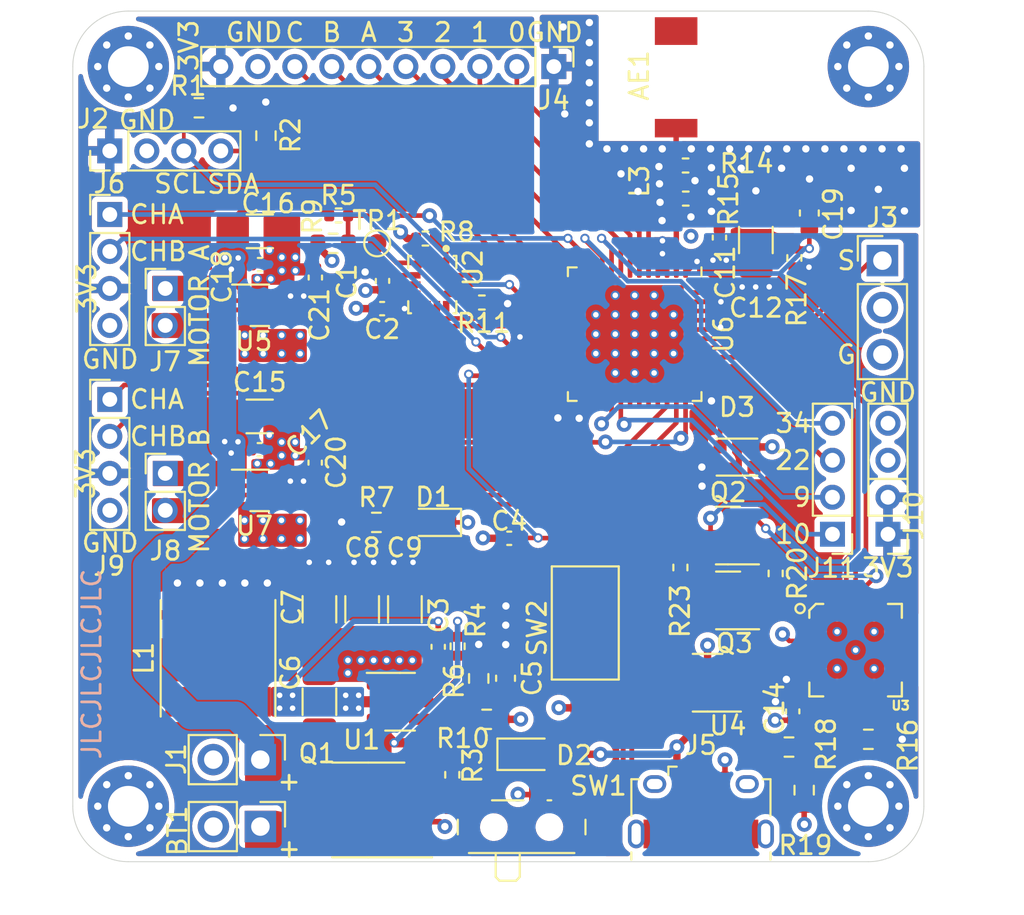
<source format=kicad_pcb>
(kicad_pcb (version 20211014) (generator pcbnew)
  (layers (0 "F.Cu" mixed) (1 "In1.Cu" power) (2 "In2.Cu" power) (31 "B.Cu" signal) (34 "B.Paste" user) (35 "F.Paste" user) (36 "B.SilkS" user "B.Silkscreen") (37 "F.SilkS" user "F.Silkscreen") (38 "B.Mask" user) (39 "F.Mask" user) (44 "Edge.Cuts" user))
  (net 0 "")
  (net 1 "GND")
  (net 2 "+3V3")
  (net 3 "Net-(BT1-Pad1)")
  (net 4 "+BATT")
  (net 5 "IO0")
  (net 6 "Net-(D1-Pad2)")
  (net 7 "VBUS")
  (net 8 "A_ENC_CHB")
  (net 9 "A_ENC_CHA")
  (net 10 "AOUT1")
  (net 11 "AOUT2")
  (net 12 "B_ENC_CHB")
  (net 13 "B_ENC_CHA")
  (net 14 "BOUT1")
  (net 15 "BOUT2")
  (net 16 "SDA")
  (net 17 "SCL")
  (net 19 "BATT_ADC")
  (net 20 "MUX_B")
  (net 21 "EN")
  (net 22 "Net-(Q1-Pad1)")
  (net 23 "Net-(Q1-Pad4)")
  (net 24 "Net-(Q2-Pad1)")
  (net 25 "RTS")
  (net 26 "Net-(Q3-Pad1)")
  (net 27 "DTR")
  (net 28 "Net-(R16-Pad1)")
  (net 29 "AIN1")
  (net 30 "AIN2")
  (net 31 "BIN2")
  (net 32 "BIN1")
  (net 33 "Net-(R18-Pad1)")
  (net 37 "IMU_INT")
  (net 41 "MUX_A")
  (net 42 "S3")
  (net 43 "S2")
  (net 44 "S1")
  (net 45 "S0")
  (net 46 "SENSOR_CTRL")
  (net 51 "EDF_PWM")
  (net 61 "MCU_TX")
  (net 62 "MCU_RX")
  (net 74 "/SW")
  (net 75 "USB_CONN_D+")
  (net 76 "USB_CONN_D-")
  (net 77 "USB_D+")
  (net 78 "USB_D-")
  (net 79 "/ANT")
  (net 80 "/BOOT")
  (net 81 "/3V3_FB")
  (net 82 "/LNA")
  (net 83 "/3V3_EN")
  (net 84 "/SA0")
  (net 85 "/IMU_CS")
  (net 88 "LED")
  (net 89 "IO22")
  (net 90 "IO34")
  (net 93 "IO10")
  (net 94 "IO9")
  (net 95 "Net-(TP1-Pad1)")
  (footprint "Package_DFN_QFN:QFN-48-1EP_7x7mm_P0.5mm_EP5.3x5.3mm" (layer "F.Cu") (at 160.37 103.47 -90)
    (fp_text reference "U6")
    (fp_text value "ESP32-PICO-D4")
  )
  (footprint "Resistor_SMD:R_0402_1005Metric" (layer "F.Cu") (at 163.13 96.14)
    (fp_text reference "R15")
    (fp_text value "10k")
  )
  (footprint "Antennas:SLDA52" (layer "F.Cu") (at 162.77 89.48)
    (fp_text reference "AE1")
    (fp_text value "Antenna")
  )
  (footprint "Capacitor_SMD:C_1206_3216Metric" (layer "F.Cu") (at 145.64 118.35 90)
    (fp_text reference "C8")
    (fp_text value "22uF")
  )
  (footprint "Package_SO:SOP-8_3.9x4.9mm_P1.27mm" (layer "F.Cu") (at 145.97 129.2 180)
    (fp_text reference "Q1")
    (fp_text value "RU30S15H")
  )
  (footprint "Resistor_SMD:R_0402_1005Metric" (layer "F.Cu") (at 162.84 116.09 90)
    (fp_text reference "R23")
    (fp_text value "10k")
  )
  (footprint "footprints:WS2812B-2020" (layer "F.Cu") (at 165.9 110.12)
    (fp_text reference "D3")
    (fp_text value "WS2812B")
  )
  (footprint "Package_SON:WSON-8-1EP_2x2mm_P0.5mm_EP0.9x1.6mm" (layer "F.Cu") (at 140.1 111.92)
    (fp_text reference "U7")
    (fp_text value "DRV8837")
  )
  (footprint "Button_Switch_SMD:SW_SPDT_PCM12" (layer "F.Cu") (at 154.26 129.8)
    (fp_text reference "SW1")
    (fp_text value "SW_SPDT")
  )
  (footprint "MountingHole:MountingHole_2.2mm_M2_Pad_Via" (layer "F.Cu") (at 133 89)
    (fp_text reference "H4" hide)
    (fp_text value "MountingHole_Pad")
  )
  (footprint "footprints:QFN28G_0.5-5X5MM" (layer "F.Cu") (at 172.31 120.56)
    (fp_text reference "U3")
    (fp_text value "INTERFACE-CP2102-GMR(QFN28)")
  )
  (footprint "LED_SMD:LED_0603_1608Metric" (layer "F.Cu") (at 149.5 113.65 180)
    (fp_text reference "D1")
    (fp_text value "GREEN")
  )
  (footprint "Capacitor_SMD:C_0402_1005Metric" (layer "F.Cu") (at 143.1 110.42 90)
    (fp_text reference "C20")
    (fp_text value "100nF")
  )
  (footprint "Resistor_SMD:R_0603_1608Metric" (layer "F.Cu") (at 136.82 91.23 180)
    (fp_text reference "R1")
    (fp_text value "2.2k")
  )
  (footprint "Capacitor_SMD:C_0402_1005Metric" (layer "F.Cu") (at 164.95 98.25 90)
    (fp_text reference "C11")
    (fp_text value "100nF")
  )
  (footprint "Connector_PinHeader_2.00mm:PinHeader_1x04_P2.00mm_Vertical" (layer "F.Cu") (at 171.06 114.29 180)
    (fp_text reference "J11")
    (fp_text value "IO")
  )
  (footprint "Resistor_SMD:R_0402_1005Metric" (layer "F.Cu") (at 144.37 97.05 180)
    (fp_text reference "R5")
    (fp_text value "10k")
  )
  (footprint "Connector_PinHeader_2.00mm:PinHeader_1x04_P2.00mm_Vertical" (layer "F.Cu") (at 174.06 114.29 180)
    (fp_text reference "J10")
    (fp_text value "PWR")
  )
  (footprint "Package_SON:WSON-8-1EP_2x2mm_P0.5mm_EP0.9x1.6mm" (layer "F.Cu") (at 140.11 101.91)
    (fp_text reference "U5")
    (fp_text value "DRV8837")
  )
  (footprint "Resistor_SMD:R_0603_1608Metric" (layer "F.Cu") (at 168.71 125.8 180)
    (fp_text reference "R18")
    (fp_text value "24k")
  )
  (footprint "Connector_PinHeader_2.00mm:PinHeader_1x04_P2.00mm_Vertical" (layer "F.Cu") (at 132 97)
    (fp_text reference "J6")
    (fp_text value "ENC A")
  )
  (footprint "Connector_PinHeader_2.00mm:PinHeader_1x10_P2.00mm_Vertical" (layer "F.Cu") (at 156 89 -90)
    (fp_text reference "J4")
    (fp_text value "Sensor")
  )
  (footprint "footprints:USB_Micro-B_Amphenol_10118194_Horizontal" (layer "F.Cu") (at 163.95 129.2)
    (fp_text reference "J5")
    (fp_text value "USB_B_Micro")
  )
  (footprint "Capacitor_SMD:C_0402_1005Metric" (layer "F.Cu") (at 168.91 123.87 90)
    (fp_text reference "C14")
    (fp_text value "100nF")
  )
  (footprint "Capacitor_SMD:C_0402_1005Metric" (layer "F.Cu") (at 153.59 114.51 180)
    (fp_text reference "C4")
    (fp_text value "100nF")
  )
  (footprint "Capacitor_SMD:C_1206_3216Metric" (layer "F.Cu") (at 140.1 107.92)
    (fp_text reference "C15")
    (fp_text value "22uF")
  )
  (footprint "Connector_PinHeader_2.00mm:PinHeader_1x04_P2.00mm_Vertical" (layer "F.Cu") (at 132 107)
    (fp_text reference "J9")
    (fp_text value "ENC B")
  )
  (footprint "Connector_PinHeader_2.54mm:PinHeader_1x02_P2.54mm_Vertical" (layer "F.Cu") (at 140.14 130.1 -90)
    (fp_text reference "BT1")
    (fp_text value "2s-3s LiPo")
  )
  (footprint "Capacitor_SMD:C_0402_1005Metric" (layer "F.Cu") (at 146.72 102.09)
    (fp_text reference "C2")
    (fp_text value "100nF")
  )
  (footprint "Inductor_SMD:L_0402_1005Metric" (layer "F.Cu") (at 162.61 95.22 90)
    (fp_text reference "L3")
    (fp_text value "L_Small")
  )
  (footprint "MountingHole:MountingHole_2.2mm_M2_Pad_Via" (layer "F.Cu") (at 133 129)
    (fp_text reference "H1" hide)
    (fp_text value "MountingHole_Pad")
  )
  (footprint "Resistor_SMD:R_0402_1005Metric" (layer "F.Cu") (at 167.99 116.41 -90)
    (fp_text reference "R20")
    (fp_text value "10k")
  )
  (footprint "Inductor_SMD:L_Taiyo-Yuden_NR-60xx" (layer "F.Cu") (at 137.85 121 90)
    (fp_text reference "L1")
    (fp_text value "SRP5030T-3R3M")
  )
  (footprint "Resistor_SMD:R_0402_1005Metric" (layer "F.Cu") (at 149.06 98.3)
    (fp_text reference "R8")
    (fp_text value "10k")
  )
  (footprint "Package_TO_SOT_SMD:SOT-23-6" (layer "F.Cu") (at 164.31 122.32 180)
    (fp_text reference "U4")
    (fp_text value "USBLC6-2SC6")
  )
  (footprint "Capacitor_SMD:C_1206_3216Metric" (layer "F.Cu") (at 143.33 118.35 90)
    (fp_text reference "C7")
    (fp_text value "22uF")
  )
  (footprint "Resistor_SMD:R_0603_1608Metric" (layer "F.Cu") (at 146.41 113.65 180)
    (fp_text reference "R7")
    (fp_text value "200R")
  )
  (footprint "Connector_PinHeader_2.00mm:PinHeader_1x02_P2.00mm_Vertical" (layer "F.Cu") (at 135 101)
    (fp_text reference "J7")
    (fp_text value "MOTOR A")
  )
  (footprint "Resistor_SMD:R_0402_1005Metric" (layer "F.Cu") (at 150.51 127.3 -90)
    (fp_text reference "R3")
    (fp_text value "10k")
  )
  (footprint "Resistor_SMD:R_0402_1005Metric" (layer "F.Cu") (at 152.11 101.76)
    (fp_text reference "R11")
    (fp_text value "10k")
  )
  (footprint "MountingHole:MountingHole_2.2mm_M2_Pad_Via" (layer "F.Cu") (at 173 129)
    (fp_text reference "H2" hide)
    (fp_text value "MountingHole_Pad")
  )
  (footprint "Capacitor_SMD:C_1206_3216Metric" (layer "F.Cu") (at 143.33 123.35 -90)
    (fp_text reference "C6")
    (fp_text value "47uF")
  )
  (footprint "Capacitor_SMD:C_0603_1608Metric" (layer "F.Cu") (at 169.81 96.92 90)
    (fp_text reference "C19")
    (fp_text value "1uF")
  )
  (footprint "Capacitor_SMD:C_0402_1005Metric" (layer "F.Cu") (at 149.75 120.38 90)
    (fp_text reference "C3")
    (fp_text value "100nF")
  )
  (footprint "Resistor_SMD:R_0603_1608Metric" (layer "F.Cu") (at 173 125.38)
    (fp_text reference "R16")
    (fp_text value "4.7k")
  )
  (footprint "Resistor_SMD:R_0603_1608Metric" (layer "F.Cu") (at 144.07 98.56)
    (fp_text reference "R9")
    (fp_text value "6.5")
  )
  (footprint "footprints:PQFN50P300X250X86-14N" (layer "F.Cu") (at 149.43 100.79 -90)
    (fp_text reference "U2")
    (fp_text value "LSM6DS3")
  )
  (footprint "Resistor_SMD:R_0603_1608Metric" (layer "F.Cu") (at 152.37 124.3 180)
    (fp_text reference "R10")
    (fp_text value "22k")
  )
  (footprint "Resistor_SMD:R_0603_1608Metric" (layer "F.Cu") (at 169.53 128.13 90)
    (fp_text reference "R19")
    (fp_text value "47k")
  )
  (footprint "Capacitor_SMD:C_1206_3216Metric" (layer "F.Cu") (at 147.95 118.35 90)
    (fp_text reference "C9")
    (fp_text value "22uF")
  )
  (footprint "Capacitor_SMD:C_0402_1005Metric" (layer "F.Cu") (at 146.74 100.59 90)
    (fp_text reference "C1")
    (fp_text value "100nF")
  )
  (footprint "MountingHole:MountingHole_2.2mm_M2_Pad_Via" (layer "F.Cu") (at 173 89)
    (fp_text reference "H3" hide)
    (fp_text value "MountingHole_Pad")
  )
  (footprint "Connector_PinHeader_2.00mm:PinHeader_1x02_P2.00mm_Vertical" (layer "F.Cu") (at 135 111)
    (fp_text reference "J8")
    (fp_text value "MOTOR B")
  )
  (footprint "Capacitor_SMD:C_1206_3216Metric" (layer "F.Cu") (at 166.92 98.38 90)
    (fp_text reference "C12")
    (fp_text value "22uF")
  )
  (footprint "Package_TO_SOT_SMD:SOT-23" (layer "F.Cu") (at 165.42 117.87 180)
    (fp_text reference "Q3")
    (fp_text value "MMBT5551LT1G")
  )
  (footprint "Capacitor_SMD:C_0603_1608Metric" (layer "F.Cu") (at 153.39 122.08 -90)
    (fp_text reference "C5")
    (fp_text value "68pF")
  )
  (footprint "Button_Switch_SMD:SW_SPST_FSMSM" (layer "F.Cu") (at 157.7 119.09 90)
    (fp_text reference "SW2")
    (fp_text value "BOOT")
  )
  (footprint "Capacitor_SMD:C_0402_1005Metric" (layer "F.Cu") (at 143.11 100.41 90)
    (fp_text reference "C21")
    (fp_text value "100nF")
  )
  (footprint "Resistor_SMD:R_0402_1005Metric" (layer "F.Cu") (at 169 99.35 -90)
    (fp_text reference "R17")
    (fp_text value "10k")
  )
  (footprint "Resistor_SMD:R_0402_1005Metric" (layer "F.Cu") (at 163.12 94.35 180)
    (fp_text reference "R14")
    (fp_text value "10k")
  )
  (footprint "Package_TO_SOT_SMD:SOT-23-6" (layer "F.Cu") (at 147.69 123.35)
    (fp_text reference "U1")
    (fp_text value "TPS54302")
  )
  (footprint "Connector_PinHeader_2.54mm:PinHeader_1x03_P2.54mm_Vertical" (layer "F.Cu") (at 173.76 99.495)
    (fp_text reference "J3")
    (fp_text value "EDF")
  )
  (footprint "Capacitor_SMD:C_1206_3216Metric" (layer "F.Cu") (at 140.11 97.91)
    (fp_text reference "C16")
    (fp_text value "22uF")
  )
  (footprint "Connector_PinHeader_2.54mm:PinHeader_1x02_P2.54mm_Vertical" (layer "F.Cu") (at 140.135 126.48 -90)
    (fp_text reference "J1")
    (fp_text value "EDF PWR")
  )
  (footprint "Package_TO_SOT_SMD:SOT-23" (layer "F.Cu") (at 165.41 114.36 180)
    (fp_text reference "Q2")
    (fp_text value "MMBT5551LT1G")
  )
  (footprint "Resistor_SMD:R_0603_1608Metric" (layer "F.Cu") (at 140.44 92.74 90)
    (fp_text reference "R2")
    (fp_text value "2.2k")
  )
  (footprint "Diode_SMD:D_SOD-323" (layer "F.Cu") (at 154.45 126.19)
    (fp_text reference "D2")
    (fp_text value "CUS10S30,H3F")
  )
  (footprint "Capacitor_SMD:C_0402_1005Metric" (layer "F.Cu") (at 140.1 109.72)
    (fp_text reference "C17")
    (fp_text value "100nF")
  )
  (footprint "Connector_PinHeader_2.00mm:PinHeader_1x04_P2.00mm_Vertical" (layer "F.Cu") (at 132 93.56 90)
    (fp_text reference "J2")
    (fp_text value "I2C")
  )
  (footprint "Capacitor_SMD:C_0402_1005Metric" (layer "F.Cu") (at 140.11 99.71)
    (fp_text reference "C18")
    (fp_text value "100nF")
  )
  (footprint "Resistor_SMD:R_0603_1608Metric" (layer "F.Cu") (at 151.94 122.09 90)
    (fp_text reference "R6")
    (fp_text value "100k")
  )
  (footprint "TestPoint:TestPoint_Pad_D1.0mm" (layer "F.Cu") (at 146.45 98.56)
    (fp_text reference "TP1")
    (fp_text value "INT1")
  )
  (footprint "Resistor_SMD:R_0402_1005Metric" (layer "F.Cu") (at 150.8 120.35 90)
    (fp_text reference "R4")
    (fp_text value "10k")
  )
  (gr_line (start 173.01 111.3) (end 175.11 111.3) (layer "F.SilkS") (width 0.12))
  (gr_line (start 173 86) (end 133 86) (layer "Edge.Cuts") (width 0.05))
  (gr_arc (start 130 89) (mid 130.87868 86.87868) (end 133 86) (layer "Edge.Cuts") (width 0.05))
  (gr_arc (start 173 86) (mid 175.12132 86.87868) (end 176 89) (layer "Edge.Cuts") (width 0.05))
  (gr_line (start 176 89) (end 176 129) (layer "Edge.Cuts") (width 0.05))
  (gr_line (start 130 89) (end 130 129) (layer "Edge.Cuts") (width 0.05))
  (gr_arc (start 176 129) (mid 175.12132 131.12132) (end 173 132) (layer "Edge.Cuts") (width 0.05))
  (gr_arc (start 133 132) (mid 130.87868 131.12132) (end 130 129) (layer "Edge.Cuts") (width 0.05))
  (gr_line (start 133 132) (end 173 132) (layer "Edge.Cuts") (width 0.05))
  (gr_text "JLCJLCJLCJLC" (at 131.02 121.31 90) (layer "B.SilkS") (effects (font (size 1 1))))
  (gr_text "CHA" (at 134.55 97) (layer "F.SilkS") (effects (font (size 1 1))))
  (gr_text "3V3" (at 174.06 116.1) (layer "F.SilkS") (effects (font (size 1 1))))
  (gr_text "2" (at 150 87.15) (layer "F.SilkS") (effects (font (size 1 1))))
  (gr_text "3V3" (at 136.27 87.86 90) (layer "F.SilkS") (effects (font (size 1 1))))
  (gr_text "1" (at 152 87.15) (layer "F.SilkS") (effects (font (size 1 1))))
  (gr_text "GND" (at 132.02 114.76) (layer "F.SilkS") (effects (font (size 1 1))))
  (gr_text "+" (at 141.69 127.63) (layer "F.SilkS") (effects (font (size 1 1))))
  (gr_text "+" (at 141.7 131.27) (layer "F.SilkS") (effects (font (size 1 1))))
  (gr_text "A" (at 146 87.15) (layer "F.SilkS") (effects (font (size 1 1))))
  (gr_text "B" (at 144 87.15) (layer "F.SilkS") (effects (font (size 1 1))))
  (gr_text "GND" (at 134.02 91.89) (layer "F.SilkS") (effects (font (size 1 1))))
  (gr_text "G" (at 171.81 104.58) (layer "F.SilkS") (effects (font (size 1 1))))
  (gr_text "GND" (at 139.8 87.15) (layer "F.SilkS") (effects (font (size 1 1))))
  (gr_text "GND" (at 174.06 106.63) (layer "F.SilkS") (effects (font (size 1 1))))
  (gr_text "0" (at 154 87.15) (layer "F.SilkS") (effects (font (size 1 1))))
  (gr_text "SDA" (at 138.68 95.36) (layer "F.SilkS") (effects (font (size 1 1))))
  (gr_text "GND" (at 156.04 87.15) (layer "F.SilkS") (effects (font (size 1 1))))
  (gr_text "CHA" (at 134.55 107) (layer "F.SilkS") (effects (font (size 1 1))))
  (gr_text "3" (at 148 87.15) (layer "F.SilkS") (effects (font (size 1 1))))
  (gr_text "22" (at 168.93 110.29) (layer "F.SilkS") (effects (font (size 1 1))))
  (gr_text "3V3" (at 130.68 111 90) (layer "F.SilkS") (effects (font (size 1 1))))
  (gr_text "9" (at 169.41 112.29) (layer "F.SilkS") (effects (font (size 1 1))))
  (gr_text "MOTOR B" (at 136.85 111.94 90) (layer "F.SilkS") (effects (font (size 1 1))))
  (gr_text "CHB" (at 134.621428 99) (layer "F.SilkS") (effects (font (size 1 1))))
  (gr_text "3V3" (at 130.75 101 90) (layer "F.SilkS") (effects (font (size 1 1))))
  (gr_text "CHB" (at 134.62 109) (layer "F.SilkS") (effects (font (size 1 1))))
  (gr_text "10" (at 168.93381 114.29) (layer "F.SilkS") (effects (font (size 1 1))))
  (gr_text "SCL" (at 135.78 95.34) (layer "F.SilkS") (effects (font (size 1 1))))
  (gr_text "GND" (at 132.02 104.83) (layer "F.SilkS") (effects (font (size 1 1))))
  (gr_text "MOTOR A" (at 136.85 101.94 90) (layer "F.SilkS") (effects (font (size 1 1))))
  (gr_text "C" (at 142 87.15) (layer "F.SilkS") (effects (font (size 1 1))))
  (gr_text "34" (at 168.93381 108.29) (layer "F.SilkS") (effects (font (size 1 1))))
  (gr_text "S" (at 171.81 99.49) (layer "F.SilkS") (effects (font (size 1 1))))
  (segment (start 152.19 114.51) (end 152.17 114.49) (width 0.4) (layer "F.Cu") (net 1))
  (segment (start 143.245 98.56) (end 143.245 98.725) (width 0.4) (layer "F.Cu") (net 1))
  (segment (start 154.08 128.37) (end 154.06 128.35) (width 0.3) (layer "F.Cu") (net 1))
  (segment (start 168.91 124.35) (end 167.96 124.35) (width 0.3) (layer "F.Cu") (net 1))
  (segment (start 165.4475 122.32) (end 164.83 122.32) (width 0.4) (layer "F.Cu") (net 1))
  (segment (start 145.33 102.09) (end 145.31 102.07) (width 0.4) (layer "F.Cu") (net 1))
  (segment (start 149.845 129.835) (end 150.11 130.1) (width 0.3) (layer "F.Cu") (net 1))
  (segment (start 149.18 98.93) (end 149.18 99.615) (width 0.25) (layer "F.Cu") (net 1))
  (segment (start 148.595 129.835) (end 149.845 129.835) (width 0.3) (layer "F.Cu") (net 1))
  (segment (start 164.31 121.8) (end 164.31 120.29) (width 0.4) (layer "F.Cu") (net 1))
  (segment (start 149.18 99.615) (end 149.68 99.615) (width 0.25) (layer "F.Cu") (net 1))
  (segment (start 155.01 128.37) (end 154.08 128.37) (width 0.3) (layer "F.Cu") (net 1))
  (segment (start 153.195 124.3) (end 154.2 124.3) (width 0.4) (layer "F.Cu") (net 1))
  (segment (start 146.24 102.09) (end 145.33 102.09) (width 0.4) (layer "F.Cu") (net 1))
  (segment (start 164.83 122.32) (end 164.31 121.8) (width 0.4) (layer "F.Cu") (net 1))
  (segment (start 150.2875 113.65) (end 151.35 113.65) (width 0.25) (layer "F.Cu") (net 1))
  (segment (start 148.55 98.3) (end 148.08 98.3) (width 0.4) (layer "F.Cu") (net 1))
  (segment (start 166.815 109.57) (end 167.79 109.57) (width 0.4) (layer "F.Cu") (net 1))
  (segment (start 146.74 101.07) (end 145.863772 101.07) (width 0.4) (layer "F.Cu") (net 1))
  (segment (start 145.863772 101.07) (end 145.82457 101.109202) (width 0.4) (layer "F.Cu") (net 1))
  (segment (start 147.63 101.07) (end 147.85 101.29) (width 0.25) (layer "F.Cu") (net 1))
  (segment (start 157.7 123.68) (end 156.28 123.68) (width 0.4) (layer "F.Cu") (net 1))
  (segment (start 148.55 98.3) (end 149.18 98.93) (width 0.25) (layer "F.Cu") (net 1))
  (segment (start 169.72 120.06) (end 168.73 120.06) (width 0.25) (layer "F.Cu") (net 1))
  (segment (start 146.74 101.07) (end 147.63 101.07) (width 0.25) (layer "F.Cu") (net 1))
  (segment (start 169.53 129.97) (end 169.54 129.98) (width 0.3) (layer "F.Cu") (net 1))
  (segment (start 168.73 120.06) (end 168.36 119.69) (width 0.25) (layer "F.Cu") (net 1))
  (segment (start 147.85 101.29) (end 148.505 101.29) (width 0.25) (layer "F.Cu") (net 1))
  (segment (start 153.11 114.51) (end 152.19 114.51) (width 0.4) (layer "F.Cu") (net 1))
  (segment (start 169.53 128.955) (end 169.53 129.97) (width 0.3) (layer "F.Cu") (net 1))
  (segment (start 154.2 124.3) (end 154.21 124.29) (width 0.4) (layer "F.Cu") (net 1))
  (segment (start 148.505 100.79) (end 148.505 101.29) (width 0.25) (layer "F.Cu") (net 1))
  (segment (start 143.245 98.725) (end 144.01 99.49) (width 0.4) (layer "F.Cu") (net 1))
  (segment (start 148.08 98.3) (end 147.72 97.94) (width 0.4) (layer "F.Cu") (net 1))
  (segment (start 165.25 127.8) (end 165.25 126.49) (width 0.3) (layer "F.Cu") (net 1))
  (segment (start 167.79 109.57) (end 167.8 109.56) (width 0.4) (layer "F.Cu") (net 1))
  (segment (start 156.28 123.68) (end 156.27 123.67) (width 0.4) (layer "F.Cu") (net 1))
  (via (at 164.31 120.29) (size 0.8) (drill 0.4) (layers "F.Cu" "B.Cu") (net 1))
  (via (at 169.62 93.45) (size 0.8) (drill 0.4) (layers "F.Cu" "B.Cu") (net 1))
  (via (at 161.42 104.52) (size 0.5) (drill 0.3) (layers "F.Cu" "B.Cu") (net 1))
  (via (at 172.71 93.45) (size 0.8) (drill 0.4) (layers "F.Cu" "B.Cu") (net 1))
  (via (at 157.92 90.955552) (size 0.8) (drill 0.4) (layers "F.Cu" "B.Cu") (net 1))
  (via (at 141.3 100.04) (size 0.5) (drill 0.3) (layers "F.Cu" "B.Cu") (net 1))
  (via (at 167.56 93.45) (size 0.8) (drill 0.4) (layers "F.Cu" "B.Cu") (net 1))
  (via (at 169.82 95.08) (size 0.8) (drill 0.4) (layers "F.Cu" "B.Cu") (net 1))
  (via (at 161.86 93.45) (size 0.8) (drill 0.4) (layers "F.Cu" "B.Cu") (net 1))
  (via (at 172.07 96.78) (size 0.8) (drill 0.4) (layers "F.Cu" "B.Cu") (net 1))
  (via (at 141.29 109.31) (size 0.5) (drill 0.3) (layers "F.Cu" "B.Cu") (net 1))
  (via (at 139.28 113.54) (size 0.5) (drill 0.3) (layers "F.Cu" "B.Cu") (net 1))
  (via (at 141.28 114.54) (size 0.5) (drill 0.3) (layers "F.Cu" "B.Cu") (net 1))
  (via (at 158.27 104.52) (size 0.5) (drill 0.3) (layers "F.Cu" "B.Cu") (net 1))
  (via (at 140.62 108.93) (size 0.5) (drill 0.3) (layers "F.Cu" "B.Cu") (net 1))
  (via (at 158.87 93.45) (size 0.8) (drill 0.4) (layers "F.Cu" "B.Cu") (net 1))
  (via (at 158.27 102.42) (size 0.5) (drill 0.3) (layers "F.Cu" "B.Cu") (net 1))
  (via (at 171.68 93.45) (size 0.8) (drill 0.4) (layers "F.Cu" "B.Cu") (net 1))
  (via (at 159.32 104.52) (size 0.5) (drill 0.3) (layers "F.Cu" "B.Cu") (net 1))
  (via (at 140.29 103.53) (size 0.5) (drill 0.3) (layers "F.Cu" "B.Cu") (net 1))
  (via (at 139.98 100.47) (size 0.5) (drill 0.3) (layers "F.Cu" "B.Cu") (net 1))
  (via (at 139.29 104.53) (size 0.5) (drill 0.3) (layers "F.Cu" "B.Cu") (net 1))
  (via (at 174.95 96.81) (size 0.8) (drill 0.4) (layers "F.Cu" "B.Cu") (net 1))
  (via (at 148.35 121.11) (size 0.5) (drill 0.3) (layers "F.Cu" "B.Cu") (net 1))
  (via (at 154.06 128.35) (size 0.8) (drill 0.4) (layers "F.Cu" "B.Cu") (net 1))
  (via (at 140.28 114.54) (size 0.5) (drill 0.3) (layers "F.Cu" "B.Cu") (net 1))
  (via (at 145.57 121.11) (size 0.5) (drill 0.3) (layers "F.Cu" "B.Cu") (net 1))
  (via (at 165.5 93.45) (size 0.8) (drill 0.4) (layers "F.Cu" "B.Cu") (net 1))
  (via (at 161.68 94.41) (size 0.8) (drill 0.4) (layers "F.Cu" "B.Cu") (net 1))
  (via (at 140.63 98.93) (size 0.5) (drill 0.3) (layers "F.Cu" "B.Cu") (net 1))
  (via (at 160.55 95.75) (size 0.8) (drill 0.4) (layers "F.Cu" "B.Cu") (net 1))
  (via (at 171.31 119.56) (size 0.5) (drill 0.3) (layers "F.Cu" "B.Cu") (net 1))
  (via (at 159.82 93.44) (size 0.8) (drill 0.4) (layers "F.Cu" "B.Cu") (net 1))
  (via (at 141.29 110.04) (size 0.5) (drill 0.3) (layers "F.Cu" "B.Cu") (net 1))
  (via (at 145.31 102.07) (size 0.8) (drill 0.4) (layers "F.Cu" "B.Cu") (net 1))
  (via (at 161.42 105.57) (size 0.5) (drill 0.3) (layers "F.Cu" "B.Cu") (net 1))
  (via (at 142.28 114.54) (size 0.5) (drill 0.3) (layers "F.Cu" "B.Cu") (net 1))
  (via (at 163.43 93.45) (size 0.8) (drill 0.4) (layers "F.Cu" "B.Cu") (net 1))
  (via (at 156.59 91.56) (size 0.8) (drill 0.4) (layers "F.Cu" "B.Cu") (net 1))
  (via (at 142.29 104.53) (size 0.5) (drill 0.3) (layers "F.Cu" "B.Cu") (net 1))
  (via (at 163.63 95.17) (size 0.8) (drill 0.4) (layers "F.Cu" "B.Cu") (net 1))
  (via (at 166.13 94.5) (size 0.8) (drill 0.4) (layers "F.Cu" "B.Cu") (net 1))
  (via (at 144.87 121.8) (size 0.5) (drill 0.3) (layers "F.Cu" "B.Cu") (net 1))
  (via (at 142.03 100.04) (size 0.5) (drill 0.3) (layers "F.Cu" "B.Cu") (net 1))
  (via (at 160.37 105.57) (size 0.5) (drill 0.3) (layers "F.Cu" "B.Cu") (net 1))
  (via (at 159.32 105.57) (size 0.5) (drill 0.3) (layers "F.Cu" "B.Cu") (net 1))
  (via (at 144.01 99.49) (size 0.8) (drill 0.4) (layers "F.Cu" "B.Cu") (net 1))
  (via (at 161.42 102.42) (size 0.5) (drill 0.3) (layers "F.Cu" "B.Cu") (net 1))
  (via (at 154.21 124.29) (size 0.8) (drill 0.4) (layers "F.Cu" "B.Cu") (net 1))
  (via (at 160.37 101.37) (size 0.5) (drill 0.3) (layers "F.Cu" "B.Cu") (net 1))
  (via (at 159.32 101.37) (size 0.5) (drill 0.3) (layers "F.Cu" "B.Cu") (net 1))
  (via (at 169.54 129.98) (size 0.8) (drill 0.4) (layers "F.Cu" "B.Cu") (net 1))
  (via (at 164.52 95.77) (size 0.8) (drill 0.4) (layers "F.Cu" "B.Cu") (net 1))
  (via (at 139.97 110.47) (size 0.5) (drill 0.3) (layers "F.Cu" "B.Cu") (net 1))
  (via (at 156.5 86.86) (size 0.8) (drill 0.4) (layers "F.Cu" "B.Cu") (net 1))
  (via (at 173.31 119.56) (size 0.5) (drill 0.3) (layers "F.Cu" "B.Cu") (net 1))
  (via (at 146.96 121.11) (size 0.5) (drill 0.3) (layers "F.Cu" "B.Cu") (net 1))
  (via (at 145.82457 101.109202) (size 0.8) (drill 0.4) (layers "F.Cu" "B.Cu") (net 1))
  (via (at 160.85 93.45) (size 0.8) (drill 0.4) (layers "F.Cu" "B.Cu") (net 1))
  (via (at 144.87 121.11) (size 0.5) (drill 0.3) (layers "F.Cu" "B.Cu") (net 1))
  (via (at 139.28 114.54) (size 0.5) (drill 0.3) (layers "F.Cu" "B.Cu") (net 1))
  (via (at 157.92 89.871664) (size 0.8) (drill 0.4) (layers "F.Cu" "B.Cu") (net 1))
  (via (at 142.02 110.04) (size 0.5) (drill 0.3) (layers "F.Cu" "B.Cu") (net 1))
  (via (at 162.47 104.52) (size 0.5) (drill 0.3) (layers "F.Cu" "B.Cu") (net 1))
  (via (at 171.31 121.56) (size 0.5) (drill 0.3) (layers "F.Cu" "B.Cu") (net 1))
  (via (at 159.32 102.42) (size 0.5) (drill 0.3) (layers "F.Cu" "B.Cu") (net 1))
  (via (at 147.72 97.94) (size 0.8) (drill 0.4) (layers "F.Cu" "B.Cu") (net 1))
  (via (at 168.59 93.45) (size 0.8) (drill 0.4) (layers "F.Cu" "B.Cu") (net 1))
  (via (at 162.47 102.42) (size 0.5) (drill 0.3) (layers "F.Cu" "B.Cu") (net 1))
  (via (at 157.92 88.787776) (size 0.8) (drill 0.4) (layers "F.Cu" "B.Cu") (net 1))
  (via (at 172.31 120.56) (size 0.5) (drill 0.3) (layers "F.Cu" "B.Cu") (net 1))
  (via (at 163.41 97.13) (size 0.8) (drill 0.4) (layers "F.Cu" "B.Cu") (net 1))
  (via (at 158.27 103.47) (size 0.5) (drill 0.3) (layers "F.Cu" "B.Cu") (net 1))
  (via (at 140.28 113.54) (size 0.5) (drill 0.3) (layers "F.Cu" "B.Cu") (net 1))
  (via (at 163.41 98.17) (size 0.8) (drill 0.4) (layers "F.Cu" "B.Cu") (net 1))
  (via (at 141.28 113.54) (size 0.5) (drill 0.3) (layers "F.Cu" "B.Cu") (net 1))
  (via (at 166.53 93.45) (size 0.8) (drill 0.4) (layers "F.Cu" "B.Cu") (net 1))
  (via (at 172.07 94.5) (size 0.8) (drill 0.4) (layers "F.Cu" "B.Cu") (net 1))
  (via (at 174.95 94.5) (size 0.8) (drill 0.4) (layers "F.Cu" "B.Cu") (net 1))
  (via (at 140.29 104.53) (size 0.5) (drill 0.3) (layers "F.Cu" "B.Cu") (net 1))
  (via (at 157.92 93.18) (size 0.8) (drill 0.4) (layers "F.Cu" "B.Cu") (net 1))
  (via (at 164.52 96.83) (size 0.8) (drill 0.4) (layers "F.Cu" "B.Cu") (net 1))
  (via (at 168.31 94.5) (size 0.8) (drill 0.4) (layers "F.Cu" "B.Cu") (net 1))
  (via (at 142.02 109.31) (size 0.5) (drill 0.3) (layers "F.Cu" "B.Cu") (net 1))
  (via (at 173.31 121.56) (size 0.5) (drill 0.3) (layers "F.Cu" "B.Cu") (net 1))
  (via (at 139.29 103.53) (size 0.5) (drill 0.3) (layers "F.Cu" "B.Cu") (net 1))
  (via (at 161.71 95.34) (size 0.8) (drill 0.4) (layers "F.Cu" "B.Cu") (net 1))
  (via (at 173.74 93.45) (size 0.8) (drill 0.4) (layers "F.Cu" "B.Cu") (net 1))
  (via (at 164.52 94.47) (size 0.8) (drill 0.4) (layers "F.Cu" "B.Cu") (net 1))
  (via (at 170.65 93.45) (size 0.8) (drill 0.4) (layers "F.Cu" "B.Cu") (net 1))
  (via (at 161.42 103.47) (size 0.5) (drill 0.3) (layers "F.Cu" "B.Cu") (net 1))
  (via (at 142.03 99.31) (size 0.5) (drill 0.3) (layers "F.Cu" "B.Cu") (net 1))
  (via (at 161.74 96.34) (size 0.8) (drill 0.4) (layers "F.Cu" "B.Cu") (net 1))
  (via (at 142.28 113.54) (size 0.5) (drill 0.3) (layers "F.Cu" "B.Cu") (net 1))
  (via (at 159.63 94.8) (size 0.8) (drill 0.4) (layers "F.Cu" "B.Cu") (net 1))
  (via (at 161.85 97.33) (size 0.8) (drill 0.4) (layers "F.Cu" "B.Cu") (net 1))
  (via (at 164.47 93.45) (size 0.8) (drill 0.4) (layers "F.Cu" "B.Cu") (net 1))
  (via (at 142.29 103.53) (size 0.5) (drill 0.3) (layers "F.Cu" "B.Cu") (net 1))
  (via (at 150.11 130.1) (size 0.8) (drill 0.4) (layers "F.Cu" "B.Cu") (net 1))
  (via (at 141.29 103.53) (size 0.5) (drill 0.3) (layers "F.Cu" "B.Cu") (net 1))
  (via (at 162.47 103.47) (size 0.5) (drill 0.3) (layers "F.Cu" "B.Cu") (net 1))
  (via (at 160.37 102.42) (size 0.5) (drill 0.3) (layers "F.Cu" "B.Cu") (net 1))
  (via (at 147.66 121.11) (size 0.5) (drill 0.3) (layers "F.Cu" "B.Cu") (net 1))
  (via (at 167.96 124.35) (size 0.8) (drill 0.4) (layers "F.Cu" "B.Cu") (net 1))
  (via (at 160.37 103.47) (size 0.5) (drill 0.3) (layers "F.Cu" "B.Cu") (net 1))
  (via (at 166.92 95.72) (size 0.8) (drill 0.4) (layers "F.Cu" "B.Cu") (net 1))
  (via (at 151.35 113.65) (size 0.8) (drill 0.4) (layers "F.Cu" "B.Cu") (net 1))
  (via (at 146.26 121.11) (size 0.5) (drill 0.3) (layers "F.Cu" "B.Cu") (net 1))
  (via (at 141.3 99.31) (size 0.5) (drill 0.3) (layers "F.Cu" "B.Cu") (net 1))
  (via (at 161.42 101.37) (size 0.5) (drill 0.3) (layers "F.Cu" "B.Cu") (net 1))
  (via (at 152.17 114.49) (size 0.8) (drill 0.4) (layers "F.Cu" "B.Cu") (net 1))
  (via (at 156.27 123.67) (size 0.8) (drill 0.4) (layers "F.Cu" "B.Cu") (net 1))
  (via (at 140.69 110.48) (size 0.5) (drill 0.3) (layers "F.Cu" "B.Cu") (net 1))
  (via (at 157.92 92.03944) (size 0.8) (drill 0.4) (layers "F.Cu" "B.Cu") (net 1))
  (via (at 168.36 119.69) (size 0.8) (drill 0.4) (layers "F.Cu" "B.Cu") (net 1))
  (via (at 167.8 109.56) (size 0.8) (drill 0.4) (layers "F.Cu" "B.Cu") (net 1))
  (via (at 165.25 126.49) (size 0.8) (drill 0.4) (layers "F.Cu" "B.Cu") (net 1))
  (via (at 159.32 103.47) (size 0.5) (drill 0.3) (layers "F.Cu" "B.Cu") (net 1))
  (via (at 174.77 93.45) (size 0.8) (drill 0.4) (layers "F.Cu" "B.Cu") (net 1))
  (via (at 157.92 87.703888) (size 0.8) (drill 0.4) (layers "F.Cu" "B.Cu") (net 1))
  (via (at 141.29 104.53) (size 0.5) (drill 0.3) (layers "F.Cu" "B.Cu") (net 1))
  (via (at 140.7 100.48) (size 0.5) (drill 0.3) (layers "F.Cu" "B.Cu") (net 1))
  (via (at 160.37 104.52) (size 0.5) (drill 0.3) (layers "F.Cu" "B.Cu") (net 1))
  (via (at 173.54 95.64) (size 0.8) (drill 0.4) (layers "F.Cu" "B.Cu") (net 1))
  (via (at 157.92 86.62) (size 0.8) (drill 0.4) (layers "F.Cu" "B.Cu") (net 1))
  (segment (start 164.01 110.67) (end 164 110.66) (width 0.4) (layer "F.Cu") (net 2))
  (segment (start 148.5425 102.09) (end 148.68 101.9525) (width 0.2) (layer "F.Cu") (net 2))
  (segment (start 163.82 101.72) (end 165.03 101.72) (width 0.25) (layer "F.Cu") (net 2))
  (segment (start 147.2 102.09) (end 147.93 102.09) (width 0.2) (layer "F.Cu") (net 2))
  (segment (start 161.62 100.02) (end 162.12 100.02) (width 0.25) (layer "F.Cu") (net 2))
  (segment (start 164.88 103.22) (end 163.82 103.22) (width 0.25) (layer "F.Cu") (net 2))
  (segment (start 147.95 116.875) (end 149.965 116.875) (width 0.3) (layer "F.Cu") (net 2))
  (segment (start 156.92 103.72) (end 154.27 103.72) (width 0.25) (layer "F.Cu") (net 2))
  (segment (start 163.12 100.02) (end 163.26 100.02) (width 0.25) (layer "F.Cu") (net 2))
  (segment (start 153.39 121.305) (end 153.39 120.27) (width 0.4) (layer "F.Cu") (net 2))
  (segment (start 153.35 121.265) (end 153.39 121.305) (width 0.3) (layer "F.Cu") (net 2))
  (segment (start 162.12 100.02) (end 162.12 99.37) (width 0.25) (layer "F.Cu") (net 2))
  (segment (start 146.92 100.29) (end 146.74 100.11) (width 0.25) (layer "F.Cu") (net 2))
  (segment (start 164.985 110.67) (end 164.01 110.67) (width 0.4) (layer "F.Cu") (net 2))
  (segment (start 146.74 100.11) (end 145.800002 100.11) (width 0.4) (layer "F.Cu") (net 2))
  (segment (start 161.62 99.37) (end 161.87 99.12) (width 0.25) (layer "F.Cu") (net 2))
  (segment (start 161.87 99.12) (end 161.87 98.42) (width 0.25) (layer "F.Cu") (net 2))
  (segment (start 157.468008 108.02) (end 157.37 108.02) (width 0.25) (layer "F.Cu") (net 2))
  (segment (start 163.82 106.22) (end 163.82 106.38) (width 0.25) (layer "F.Cu") (net 2))
  (segment (start 151.94 121.265) (end 153.35 121.265) (width 0.3) (layer "F.Cu") (net 2))
  (segment (start 138.65 91.23) (end 138.66 91.24) (width 0.4) (layer "F.Cu") (net 2))
  (segment (start 137.645 91.23) (end 138.65 91.23) (width 0.4) (layer "F.Cu") (net 2))
  (segment (start 162.12 99.37) (end 161.87 99.12) (width 0.25) (layer "F.Cu") (net 2))
  (segment (start 154.27 103.72) (end 154.17 103.62) (width 0.25) (layer "F.Cu") (net 2))
  (segment (start 163.82 106.38) (end 164.52 107.08) (width 0.25) (layer "F.Cu") (net 2))
  (segment (start 153.39 120.27) (end 153.4 120.26) (width 0.4) (layer "F.Cu") (net 2))
  (segment (start 158.12 106.92) (end 158.12 107.368008) (width 0.25) (layer "F.Cu") (net 2))
  (segment (start 140.44 90.93) (end 140.43 90.92) (width 0.4) (layer "F.Cu") (net 2))
  (segment (start 145.800002 100.11) (end 145.8 100.110002) (width 0.4) (layer "F.Cu") (net 2))
  (segment (start 161.62 100.02) (end 161.62 99.37) (width 0.25) (layer "F.Cu") (net 2))
  (segment (start 158.12 107.368008) (end 157.468008 108.02) (width 0.25) (layer "F.Cu") (net 2))
  (segment (start 163.26 100.02) (end 163.74 99.54) (width 0.25) (layer "F.Cu") (net 2))
  (segment (start 153.44 101.76) (end 153.5 101.82) (width 0.25) (layer "F.Cu") (net 2))
  (segment (start 165.01 103.09) (end 164.88 103.22) (width 0.25) (layer "F.Cu") (net 2))
  (segment (start 152.62 101.76) (end 153.44 101.76) (width 0.25) (layer "F.Cu") (net 2))
  (segment (start 151.94 118.85) (end 151.94 120.25) (width 0.3) (layer "F.Cu") (net 2))
  (segment (start 149.965 116.875) (end 151.94 118.85) (width 0.3) (layer "F.Cu") (net 2))
  (segment (start 148.505 100.29) (end 146.92 100.29) (width 0.25) (layer "F.Cu") (net 2))
  (segment (start 147.93 102.09) (end 148.5425 102.09) (width 0.2) (layer "F.Cu") (net 2))
  (segment (start 140.44 91.915) (end 140.44 90.93) (width 0.4) (layer "F.Cu") (net 2))
  (segment (start 151.94 120.25) (end 151.94 121.265) (width 0.3) (layer "F.Cu") (net 2))
  (via (at 147.93 102.09) (size 0.5) (drill 0.3) (layers "F.Cu" "B.Cu") (net 2))
  (via (at 151.94 120.25) (size 0.8) (drill 0.4) (layers "F.Cu" "B.Cu") (net 2))
  (via (at 166.18 100.92) (size 0.5) (drill 0.3) (layers "F.Cu" "B.Cu") (net 2))
  (via (at 142.47 111.42) (size 0.5) (drill 0.3) (layers "F.Cu" "B.Cu") (net 2))
  (via (at 140.515 116.93) (size 0.8) (drill 0.4) (layers "F.Cu" "B.Cu") (net 2))
  (via (at 165.01 103.09) (size 0.5) (drill 0.3) (layers "F.Cu" "B.Cu") (net 2))
  (via (at 167.64 100.91) (size 0.5) (drill 0.3) (layers "F.Cu" "B.Cu") (net 2))
  (via (at 153.4 119.21) (size 0.8) (drill 0.4) (layers "F.Cu" "B.Cu") (net 2))
  (via (at 147.35 115.81) (size 0.5) (drill 0.3) (layers "F.Cu" "B.Cu") (net 2))
  (via (at 139.3 116.93) (size 0.8) (drill 0.4) (layers "F.Cu" "B.Cu") (net 2))
  (via (at 153.41 118.17) (size 0.8) (drill 0.4) (layers "F.Cu" "B.Cu") (net 2))
  (via (at 168.57 122.14) (size 0.8) (drill 0.4) (layers "F.Cu" "B.Cu") (net 2))
  (via (at 164 110.66) (size 0.8) (drill 0.4) (layers "F.Cu" "B.Cu") (net 2))
  (via (at 164.6 99.47) (size 0.5) (drill 0.3) (layers "F.Cu" "B.Cu") (net 2))
  (via (at 165.03 101.72) (size 0.5) (drill 0.3) (layers "F.Cu" "B.Cu") (net 2))
  (via (at 165.32 99.47) (size 0.5) (drill 0.3) (layers "F.Cu" "B.Cu") (net 2))
  (via (at 148.39 115.81) (size 0.5) (drill 0.3) (layers "F.Cu" "B.Cu") (net 2))
  (via (at 138.66 91.24) (size 0.8) (drill 0.4) (layers "F.Cu" "B.Cu") (net 2))
  (via (at 174.83 125.38) (size 0.8) (drill 0.4) (layers "F.Cu" "B.Cu") (net 2))
  (via (at 153.4 120.26) (size 0.8) (drill 0.4) (layers "F.Cu" "B.Cu") (net 2))
  (via (at 166.91 100.92) (size 0.5) (drill 0.3) (layers "F.Cu" "B.Cu") (net 2))
  (via (at 142.48 101.41) (size 0.5) (drill 0.3) (layers "F.Cu" "B.Cu") (net 2))
  (via (at 153.5 101.82) (size 0.8) (drill 0.4) (layers "F.Cu" "B.Cu") (net 2))
  (via (at 140.43 90.92) (size 0.8) (drill 0.4) (layers "F.Cu" "B.Cu") (net 2))
  (via (at 141.77 101.41) (size 0.5) (drill 0.3) (layers "F.Cu" "B.Cu") (net 2))
  (via (at 164.52 107.08) (size 0.8) (drill 0.4) (layers "F.Cu" "B.Cu") (net 2))
  (via (at 145.8 100.110002) (size 0.8) (drill 0.4) (layers "F.Cu" "B.Cu") (net 2))
  (via (at 157.37 108.02) (size 0.8) (drill 0.4) (layers "F.Cu" "B.Cu") (net 2))
  (via (at 136.87 116.93) (size 0.8) (drill 0.4) (layers "F.Cu" "B.Cu") (net 2))
  (via (at 135.655 116.93) (size 0.8) (drill 0.4) (layers "F.Cu" "B.Cu") (net 2))
  (via (at 138.085 116.93) (size 0.8) (drill 0.4) (layers "F.Cu" "B.Cu") (net 2))
  (via (at 169.79 99.85) (size 0.5) (drill 0.3) (layers "F.Cu" "B.Cu") (net 2))
  (via (at 146.26 115.81) (size 0.5) (drill 0.3) (layers "F.Cu" "B.Cu") (net 2))
  (via (at 164.01 111.69) (size 0.8) (drill 0.4) (layers "F.Cu" "B.Cu") (net 2))
  (via (at 167.98 123.34) (size 0.8) (drill 0.4) (layers "F.Cu" "B.Cu") (net 2))
  (via (at 142.78 115.81) (size 0.5) (drill 0.3) (layers "F.Cu" "B.Cu") (net 2))
  (via (at 145.2 115.81) (size 0.5) (drill 0.3) (layers "F.Cu" "B.Cu") (net 2))
  (via (at 161.87 98.42) (size 0.5) (drill 0.3) (layers "F.Cu" "B.Cu") (net 2))
  (via (at 156.22 108) (size 0.8) (drill 0.4) (layers "F.Cu" "B.Cu") (net 2))
  (via (at 141.76 111.42) (size 0.5) (drill 0.3) (layers "F.Cu" "B.Cu") (net 2))
  (via (at 144.53 113.63) (size 0.8) (drill 0.4) (layers "F.Cu" "B.Cu") (net 2))
  (via (at 154.17 103.62) (size 0.5) (drill 0.3) (layers "F.Cu" "B.Cu") (net 2))
  (via (at 161.87 99.12) (size 0.5) (drill 0.3) (layers "F.Cu" "B.Cu") (net 2))
  (via (at 163.74 99.54) (size 0.5) (drill 0.3) (layers "F.Cu" "B.Cu") (net 2))
  (via (at 143.83 115.81) (size 0.5) (drill 0.3) (layers "F.Cu" "B.Cu") (net 2))
  (segment (start 153.4 126.19) (end 152.78 125.57) (width 0.5) (layer "F.Cu") (net 4))
  (segment (start 138.635 97.365) (end 138.635 97.91) (width 0.4) (layer "F.Cu") (net 4))
  (segment (start 139.56 96.44) (end 138.635 97.365) (width 0.4) (layer "F.Cu") (net 4))
  (segment (start 150.8 119.84) (end 150.8 119) (width 0.3) (layer "F.Cu") (net 4))
  (segment (start 147.37 125.57) (end 146.5525 124.7525) (width 0.5) (layer "F.Cu") (net 4))
  (segment (start 146.5525 124.7525) (end 146.5525 124.3) (width 0.5) (layer "F.Cu") (net 4))
  (segment (start 143.86 97.05) (end 143.25 96.44) (width 0.4) (layer "F.Cu") (net 4))
  (segment (start 152.78 125.57) (end 147.37 125.57) (width 0.5) (layer "F.Cu") (net 4))
  (segment (start 143.25 96.44) (end 139.56 96.44) (width 0.4) (layer "F.Cu") (net 4))
  (via (at 147.37 125.57) (size 0.5) (drill 0.3) (layers "F.Cu" "B.Cu") (net 4))
  (via (at 138.56 109.9) (size 0.5) (drill 0.3) (layers "F.Cu" "B.Cu") (net 4))
  (via (at 138.57 99.96) (size 0.5) (drill 0.3) (layers "F.Cu" "B.Cu") (net 4))
  (via (at 138.93 109.29) (size 0.5) (drill 0.3) (layers "F.Cu" "B.Cu") (net 4))
  (via (at 150.8 119) (size 0.5) (drill 0.3) (layers "F.Cu" "B.Cu") (net 4))
  (via (at 138.21 109.28) (size 0.5) (drill 0.3) (layers "F.Cu" "B.Cu") (net 4))
  (via (at 138.94 99.35) (size 0.5) (drill 0.3) (layers "F.Cu" "B.Cu") (net 4))
  (via (at 138.22 99.34) (size 0.5) (drill 0.3) (layers "F.Cu" "B.Cu") (net 4))
  (segment (start 138.57 99.96) (end 138.57 99.72) (width 0.8) (layer "B.Cu") (net 4))
  (segment (start 138.92 109.28) (end 138.93 109.29) (width 0.8) (layer "B.Cu") (net 4))
  (segment (start 134 121.7) (end 134 116.01) (width 1.5) (layer "B.Cu") (net 4))
  (segment (start 134.97 115.04) (end 135.7 115.04) (width 1.5) (layer "B.Cu") (net 4))
  (segment (start 138.57 99.72) (end 138.94 99.35) (width 0.8) (layer "B.Cu") (net 4))
  (segment (start 138.56 109.9) (end 138.09 109.43) (width 1.5) (layer "B.Cu") (net 4))
  (segment (start 138.09 100.44) (end 138.57 99.96) (width 1.5) (layer "B.Cu") (net 4))
  (segment (start 150.8 122.14) (end 147.37 125.57) (width 0.3) (layer "B.Cu") (net 4))
  (segment (start 135.7 115.04) (end 138.56 112.18) (width 1.5) (layer "B.Cu") (net 4))
  (segment (start 138.93 99.34) (end 138.94 99.35) (width 0.8) (layer "B.Cu") (net 4))
  (segment (start 138.93 109.53) (end 138.56 109.9) (width 0.8) (layer "B.Cu") (net 4))
  (segment (start 138.57 99.69) (end 138.22 99.34) (width 0.8) (layer "B.Cu") (net 4))
  (segment (start 138.56 112.18) (end 138.56 109.9) (width 1.5) (layer "B.Cu") (net 4))
  (segment (start 140.135 126.48) (end 140.135 125.42) (width 1.5) (layer "B.Cu") (net 4))
  (segment (start 138.805 124.09) (end 136.39 124.09) (width 1.5) (layer "B.Cu") (net 4))
  (segment (start 138.57 99.96) (end 138.57 99.69) (width 0.8) (layer "B.Cu") (net 4))
  (segment (start 150.8 119) (end 150.8 122.14) (width 0.3) (layer "B.Cu") (net 4))
  (segment (start 138.21 109.28) (end 138.92 109.28) (width 0.8) (layer "B.Cu") (net 4))
  (segment (start 138.22 99.34) (end 138.93 99.34) (width 0.8) (layer "B.Cu") (net 4))
  (segment (start 134 116.01) (end 134.97 115.04) (width 1.5) (layer "B.Cu") (net 4))
  (segment (start 136.39 124.09) (end 134 121.7) (width 1.5) (layer "B.Cu") (net 4))
  (segment (start 138.09 109.43) (end 138.09 100.44) (width 1.5) (layer "B.Cu") (net 4))
  (segment (start 140.135 125.42) (end 138.805 124.09) (width 1.5) (layer "B.Cu") (net 4))
  (segment (start 138.93 109.29) (end 138.93 109.53) (width 0.8) (layer "B.Cu") (net 4))
  (segment (start 154.09 114.49) (end 154.07 114.51) (width 0.25) (layer "F.Cu") (net 5))
  (segment (start 151.48 105.72) (end 151.4 105.64) (width 0.25) (layer "F.Cu") (net 5))
  (segment (start 155.16 114.5) (end 157.7 114.5) (width 0.25) (layer "F.Cu") (net 5))
  (segment (start 156.92 105.72) (end 151.48 105.72) (width 0.25) (layer "F.Cu") (net 5))
  (segment (start 155.15 114.49) (end 155.16 114.5) (width 0.25) (layer "F.Cu") (net 5))
  (segment (start 161.07 117.87) (end 157.7 114.5) (width 0.3) (layer "F.Cu") (net 5))
  (segment (start 164.4825 117.87) (end 161.07 117.87) (width 0.3) (layer "F.Cu") (net 5))
  (segment (start 155.15 114.49) (end 154.09 114.49) (width 0.25) (layer "F.Cu") (net 5))
  (via (at 155.15 114.49) (size 0.5) (drill 0.3) (layers "F.Cu" "B.Cu") (net 5))
  (via (at 151.4 105.64) (size 0.5) (drill 0.3) (layers "F.Cu" "B.Cu") (net 5))
  (segment (start 151.4 105.64) (end 151.4 110.74) (width 0.25) (layer "B.Cu") (net 5))
  (segment (start 151.4 110.74) (end 155.15 114.49) (width 0.25) (layer "B.Cu") (net 5))
  (segment (start 147.235 113.65) (end 148.7125 113.65) (width 0.25) (layer "F.Cu") (net 6))
  (segment (start 164.97 125.52) (end 167.605 125.52) (width 0.4) (layer "F.Cu") (net 7))
  (segment (start 163.1725 122.32) (end 163.79 122.32) (width 0.4) (layer "F.Cu") (net 7))
  (segment (start 163.945 124.495) (end 164.97 125.52) (width 0.4) (layer "F.Cu") (net 7))
  (segment (start 167.605 125.52) (end 167.885 125.8) (width 0.4) (layer "F.Cu") (net 7))
  (segment (start 164.31 122.84) (end 164.31 124.13) (width 0.4) (layer "F.Cu") (net 7))
  (segment (start 162.65 125.79) (end 162.65 127.8) (width 0.4) (layer "F.Cu") (net 7))
  (segment (start 164.31 124.13) (end 163.945 124.495) (width 0.4) (layer "F.Cu") (net 7))
  (segment (start 163.945 124.495) (end 162.65 125.79) (width 0.4) (layer "F.Cu") (net 7))
  (segment (start 155.5 126.19) (end 158.52 126.19) (width 0.4) (layer "F.Cu") (net 7))
  (segment (start 163.79 122.32) (end 164.31 122.84) (width 0.4) (layer "F.Cu") (net 7))
  (via (at 162.65 125.79) (size 0.8) (drill 0.4) (layers "F.Cu" "B.Cu") (net 7))
  (via (at 158.52 126.19) (size 0.8) (drill 0.4) (layers "F.Cu" "B.Cu") (net 7))
  (segment (start 162.25 126.19) (end 162.65 125.79) (width 0.4) (layer "B.Cu") (net 7))
  (segment (start 158.52 126.19) (end 162.25 126.19) (width 0.4) (layer "B.Cu") (net 7))
  (segment (start 152.62 104.72) (end 156.92 104.72) (width 0.25) (layer "F.Cu") (net 8))
  (segment (start 151.79 103.89) (end 152.62 104.72) (width 0.25) (layer "F.Cu") (net 8))
  (via (at 151.79 103.89) (size 0.5) (drill 0.3) (layers "F.Cu" "B.Cu") (net 8))
  (segment (start 132 99) (end 132.675 98.325) (width 0.25) (layer "B.Cu") (net 8))
  (segment (start 146.225 98.325) (end 151.79 103.89) (width 0.25) (layer "B.Cu") (net 8))
  (segment (start 132.675 98.325) (end 146.225 98.325) (width 0.25) (layer "B.Cu") (net 8))
  (segment (start 153.13 103.63) (end 153.72 104.22) (width 0.25) (layer "F.Cu") (net 9))
  (segment (start 153.72 104.22) (end 156.92 104.22) (width 0.25) (layer "F.Cu") (net 9))
  (via (at 153.13 103.63) (size 0.5) (drill 0.3) (layers "F.Cu" "B.Cu") (net 9))
  (segment (start 132 97) (end 145.72 97) (width 0.25) (layer "B.Cu") (net 9))
  (segment (start 152.35 103.63) (end 153.13 103.63) (width 0.25) (layer "B.Cu") (net 9))
  (segment (start 145.72 97) (end 152.35 103.63) (width 0.25) (layer "B.Cu") (net 9))
  (segment (start 163.12 108.85) (end 162.87 109.1) (width 0.25) (layer "F.Cu") (net 12))
  (segment (start 158.77 109.32) (end 158.79 109.3) (width 0.25) (layer "F.Cu") (net 12))
  (segment (start 163.12 106.92) (end 163.12 108.85) (width 0.25) (layer "F.Cu") (net 12))
  (segment (start 143.559501 106.669501) (end 146.21 109.32) (width 0.25) (layer "F.Cu") (net 12))
  (segment (start 146.21 109.32) (end 158.77 109.32) (width 0.25) (layer "F.Cu") (net 12))
  (segment (start 132 109) (end 134.330499 106.669501) (width 0.25) (layer "F.Cu") (net 12))
  (segment (start 134.330499 106.669501) (end 143.559501 106.669501) (width 0.25) (layer "F.Cu") (net 12))
  (via (at 162.87 109.1) (size 0.8) (drill 0.4) (layers "F.Cu" "B.Cu") (net 12))
  (via (at 158.79 109.3) (size 0.8) (drill 0.4) (layers "F.Cu" "B.Cu") (net 12))
  (segment (start 162.67 109.3) (end 162.87 109.1) (width 0.25) (layer "B.Cu") (net 12))
  (segment (start 158.79 109.3) (end 162.67 109.3) (width 0.25) (layer "B.Cu") (net 12))
  (segment (start 132.78 106.22) (end 156.92 106.22) (width 0.25) (layer "F.Cu") (net 13))
  (segment (start 132.78 106.22) (end 132 107) (width 0.25) (layer "F.Cu") (net 13))
  (segment (start 155.47 101.72) (end 153.44 99.69) (width 0.25) (layer "F.Cu") (net 16))
  (segment (start 152.84 100.29) (end 153.44 99.69) (width 0.25) (layer "F.Cu") (net 16))
  (segment (start 147.99 96.15) (end 145.405 93.565) (width 0.25) (layer "F.Cu") (net 16))
  (segment (start 150.355 100.29) (end 152.84 100.29) (width 0.25) (layer "F.Cu") (net 16))
  (segment (start 138.005 93.565) (end 138 93.56) (width 0.25) (layer "F.Cu") (net 16))
  (segment (start 145.405 93.565) (end 140.44 93.565) (width 0.25) (layer "F.Cu") (net 16))
  (segment (start 149.9 96.15) (end 147.99 96.15) (width 0.25) (layer "F.Cu") (net 16))
  (segment (start 156.92 101.72) (end 155.47 101.72) (width 0.25) (layer "F.Cu") (net 16))
  (segment (start 140.44 93.565) (end 138.005 93.565) (width 0.25) (layer "F.Cu") (net 16))
  (segment (start 153.44 99.69) (end 149.9 96.15) (width 0.25) (layer "F.Cu") (net 16))
  (segment (start 150.355 100.79) (end 153.6 100.79) (width 0.25) (layer "F.Cu") (net 17))
  (segment (start 135.995 91.23) (end 136 91.235) (width 0.2) (layer "F.Cu") (net 17))
  (segment (start 155.03 102.22) (end 156.92 102.22) (width 0.25) (layer "F.Cu") (net 17))
  (segment (start 136 91.235) (end 136 93.56) (width 0.2) (layer "F.Cu") (net 17))
  (segment (start 153.6 100.79) (end 155.03 102.22) (width 0.25) (layer "F.Cu") (net 17))
  (via (at 153.6 100.79) (size 0.5) (drill 0.3) (layers "F.Cu" "B.Cu") (net 17))
  (segment (start 137.83 95.39) (end 146.34 95.39) (width 0.25) (layer "B.Cu") (net 17))
  (segment (start 136 93.56) (end 137.83 95.39) (width 0.25) (layer "B.Cu") (net 17))
  (segment (start 146.34 95.39) (end 151.74 100.79) (width 0.25) (layer "B.Cu") (net 17))
  (segment (start 151.74 100.79) (end 153.6 100.79) (width 0.25) (layer "B.Cu") (net 17))
  (segment (start 144.88 98.545) (end 144.895 98.56) (width 0.25) (layer "F.Cu") (net 19))
  (segment (start 144.88 97.05) (end 144.88 98.545) (width 0.25) (layer "F.Cu") (net 19))
  (segment (start 158.12 100.02) (end 158.12 99.65) (width 0.25) (layer "F.Cu") (net 19))
  (segment (start 144.89 97.06) (end 144.88 97.05) (width 0.25) (layer "F.Cu") (net 19))
  (segment (start 149.28 97.06) (end 144.89 97.06) (width 0.25) (layer "F.Cu") (net 19))
  (segment (start 158.12 99.65) (end 156.76 98.29) (width 0.25) (layer "F.Cu") (net 19))
  (via (at 149.28 97.06) (size 0.8) (drill 0.4) (layers "F.Cu" "B.Cu") (net 19))
  (via (at 156.76 98.29) (size 0.5) (drill 0.3) (layers "F.Cu" "B.Cu") (net 19))
  (segment (start 149.28 97.06) (end 150.51 98.29) (width 0.25) (layer "B.Cu") (net 19))
  (segment (start 150.51 98.29) (end 156.76 98.29) (width 0.25) (layer "B.Cu") (net 19))
  (segment (start 149.29 94.39) (end 150.06 94.39) (width 0.25) (layer "F.Cu") (net 20))
  (segment (start 144 89.1) (end 149.29 94.39) (width 0.25) (layer "F.Cu") (net 20))
  (segment (start 144 89) (end 144 89.1) (width 0.25) (layer "F.Cu") (net 20))
  (segment (start 156.39 100.72) (end 156.92 100.72) (width 0.25) (layer "F.Cu") (net 20))
  (segment (start 150.06 94.39) (end 156.39 100.72) (width 0.25) (layer "F.Cu") (net 20))
  (segment (start 164.4725 113.4225) (end 164.47 113.42) (width 0.25) (layer "F.Cu") (net 21))
  (segment (start 169 98.84) (end 169.81 98.84) (width 0.25) (layer "F.Cu") (net 21))
  (segment (start 159.12 98.827534) (end 159.12 100.02) (width 0.25) (layer "F.Cu") (net 21))
  (segment (start 164.4725 114.36) (end 164.4725 113.4225) (width 0.25) (layer "F.Cu") (net 21))
  (segment (start 169.81 98.84) (end 169.81 97.695) (width 0.25) (layer "F.Cu") (net 21))
  (segment (start 158.581233 98.288767) (end 159.12 98.827534) (width 0.25) (layer "F.Cu") (net 21))
  (via (at 164.47 113.42) (size 0.8) (drill 0.4) (layers "F.Cu" "B.Cu") (net 21))
  (via (at 158.581233 98.288767) (size 0.5) (drill 0.3) (layers "F.Cu" "B.Cu") (net 21))
  (via (at 169.81 98.84) (size 0.5) (drill 0.3) (layers "F.Cu" "B.Cu") (net 21))
  (segment (start 172.45 104.42) (end 168.22 100.19) (width 0.25) (layer "B.Cu") (net 21))
  (segment (start 172.45 115.08) (end 172.45 104.42) (width 0.25) (layer "B.Cu") (net 21))
  (segment (start 169.81 98.84) (end 169.57 98.84) (width 0.25) (layer "B.Cu") (net 21))
  (segment (start 160.482466 100.19) (end 158.581233 98.288767) (width 0.25) (layer "B.Cu") (net 21))
  (segment (start 169.57 98.84) (end 168.22 100.19) (width 0.25) (layer "B.Cu") (net 21))
  (segment (start 168.22 100.19) (end 160.482466 100.19) (width 0.25) (layer "B.Cu") (net 21))
  (segment (start 170.44 115.77) (end 171.76 115.77) (width 0.25) (layer "B.Cu") (net 21))
  (segment (start 164.47 113.42) (end 165.21 112.68) (width 0.25) (layer "B.Cu") (net 21))
  (segment (start 171.76 115.77) (end 172.45 115.08) (width 0.25) (layer "B.Cu") (net 21))
  (segment (start 167.35 112.68) (end 170.44 115.77) (width 0.25) (layer "B.Cu") (net 21))
  (segment (start 165.21 112.68) (end 167.35 112.68) (width 0.25) (layer "B.Cu") (net 21))
  (segment (start 149.06 128.1) (end 148.595 128.565) (width 0.3) (layer "F.Cu") (net 22))
  (segment (start 147.01 130.5) (end 147.615 131.105) (width 0.3) (layer "F.Cu") (net 22))
  (segment (start 150.22 128.1) (end 149.06 128.1) (width 0.3) (layer "F.Cu") (net 22))
  (segment (start 147.395 128.565) (end 147.01 128.95) (width 0.3) (layer "F.Cu") (net 22))
  (segment (start 148.595 128.565) (end 147.395 128.565) (width 0.3) (layer "F.Cu") (net 22))
  (segment (start 147.615 131.105) (end 148.595 131.105) (width 0.3) (layer "F.Cu") (net 22))
  (segment (start 147.01 128.95) (end 147.01 130.5) (width 0.3) (layer "F.Cu") (net 22))
  (segment (start 150.51 127.81) (end 150.22 128.1) (width 0.3) (layer "F.Cu") (net 22))
  (segment (start 148.595 127.295) (end 149.1 126.79) (width 0.3) (layer "F.Cu") (net 23))
  (segment (start 152.01 127.8) (end 152.01 128.37) (width 0.3) (layer "F.Cu") (net 23))
  (segment (start 149.1 126.79) (end 150.51 126.79) (width 0.3) (layer "F.Cu") (net 23))
  (segment (start 151 126.79) (end 152.01 127.8) (width 0.3) (layer "F.Cu") (net 23))
  (segment (start 150.51 126.79) (end 151 126.79) (width 0.3) (layer "F.Cu") (net 23))
  (segment (start 166.3475 115.31) (end 167.4 115.31) (width 0.25) (layer "F.Cu") (net 24))
  (segment (start 167.4 115.31) (end 167.99 115.9) (width 0.25) (layer "F.Cu") (net 24))
  (segment (start 166.3475 113.894251) (end 166.3475 113.41) (width 0.25) (layer "F.Cu") (net 25))
  (segment (start 172.81 117.97) (end 172.81 117.15) (width 0.25) (layer "F.Cu") (net 25))
  (segment (start 166.3475 113.41) (end 166.881844 113.41) (width 0.25) (layer "F.Cu") (net 25))
  (segment (start 166.881844 113.41) (end 167.450922 113.979078) (width 0.25) (layer "F.Cu") (net 25))
  (segment (start 172.81 117.15) (end 173.42 116.54) (width 0.25) (layer "F.Cu") (net 25))
  (segment (start 162.84 115.58) (end 164.661751 115.58) (width 0.25) (layer "F.Cu") (net 25))
  (segment (start 164.661751 115.58) (end 166.3475 113.894251) (width 0.25) (layer "F.Cu") (net 25))
  (via (at 173.42 116.54) (size 0.8) (drill 0.4) (layers "F.Cu" "B.Cu") (net 25))
  (via (at 167.450922 113.979078) (size 0.5) (drill 0.3) (layers "F.Cu" "B.Cu") (net 25))
  (segment (start 170.011844 116.54) (end 173.42 116.54) (width 0.25) (layer "B.Cu") (net 25))
  (segment (start 167.450922 113.979078) (end 170.011844 116.54) (width 0.25) (layer "B.Cu") (net 25))
  (segment (start 164.628249 116.6) (end 162.84 116.6) (width 0.25) (layer "F.Cu") (net 26))
  (segment (start 166.3575 118.82) (end 166.3575 118.329251) (width 0.25) (layer "F.Cu") (net 26))
  (segment (start 166.3575 118.329251) (end 164.628249 116.6) (width 0.25) (layer "F.Cu") (net 26))
  (segment (start 170.81 117.83) (end 170.81 117.97) (width 0.25) (layer "F.Cu") (net 27))
  (segment (start 169.9 116.92) (end 170.81 117.83) (width 0.25) (layer "F.Cu") (net 27))
  (segment (start 166.3575 116.92) (end 167.99 116.92) (width 0.25) (layer "F.Cu") (net 27))
  (segment (start 167.99 116.92) (end 169.9 116.92) (width 0.25) (layer "F.Cu") (net 27))
  (segment (start 171.31 124.515) (end 172.175 125.38) (width 0.25) (layer "F.Cu") (net 28))
  (segment (start 171.31 123.15) (end 171.31 124.515) (width 0.25) (layer "F.Cu") (net 28))
  (segment (start 141.06 102.16) (end 143.49 102.16) (width 0.25) (layer "F.Cu") (net 29))
  (segment (start 154.65 103.22) (end 156.92 103.22) (width 0.25) (layer "F.Cu") (net 29))
  (segment (start 143.49 102.16) (end 144.3655 103.0355) (width 0.25) (layer "F.Cu") (net 29))
  (segment (start 144.3655 103.0355) (end 154.4655 103.0355) (width 0.25) (layer "F.Cu") (net 29))
  (segment (start 154.4655 103.0355) (end 154.65 103.22) (width 0.25) (layer "F.Cu") (net 29))
  (segment (start 144.82 104.71) (end 142.77 102.66) (width 0.25) (layer "F.Cu") (net 30))
  (segment (start 151.49 104.71) (end 144.82 104.71) (width 0.25) (layer "F.Cu") (net 30))
  (segment (start 156.92 105.22) (end 152 105.22) (width 0.25) (layer "F.Cu") (net 30))
  (segment (start 142.77 102.66) (end 141.06 102.66) (width 0.25) (layer "F.Cu") (net 30))
  (segment (start 152 105.22) (end 151.49 104.71) (width 0.25) (layer "F.Cu") (net 30))
  (segment (start 141.05 112.67) (end 158.22 112.67) (width 0.25) (layer "F.Cu") (net 31))
  (segment (start 162.62 108.27) (end 162.62 106.92) (width 0.25) (layer "F.Cu") (net 31))
  (segment (start 158.22 112.67) (end 162.62 108.27) (width 0.25) (layer "F.Cu") (net 31))
  (segment (start 157.318008 112.17) (end 162.12 107.368008) (width 0.25) (layer "F.Cu") (net 32))
  (segment (start 162.12 107.368008) (end 162.12 106.92) (width 0.25) (layer "F.Cu") (net 32))
  (segment (start 141.05 112.17) (end 157.318008 112.17) (width 0.25) (layer "F.Cu") (net 32))
  (segment (start 169.535 127.3) (end 169.53 127.305) (width 0.25) (layer "F.Cu") (net 33))
  (segment (start 169.535 125.8) (end 169.535 127.3) (width 0.25) (layer "F.Cu") (net 33))
  (segment (start 170.81 123.15) (end 170.81 124.525) (width 0.25) (layer "F.Cu") (net 33))
  (segment (start 170.81 124.525) (end 169.535 125.8) (width 0.25) (layer "F.Cu") (net 33))
  (segment (start 149.18 101.965) (end 149.18 102.41) (width 0.25) (layer "F.Cu") (net 37))
  (segment (start 155.11 102.72) (end 156.92 102.72) (width 0.25) (layer "F.Cu") (net 37))
  (segment (start 149.39 102.62) (end 155.01 102.62) (width 0.25) (layer "F.Cu") (net 37))
  (segment (start 155.01 102.62) (end 155.11 102.72) (width 0.25) (layer "F.Cu") (net 37))
  (segment (start 149.18 102.41) (end 149.39 102.62) (width 0.25) (layer "F.Cu") (net 37))
  (segment (start 151.13 93.53) (end 150.47 93.53) (width 0.25) (layer "F.Cu") (net 41))
  (segment (start 146 89.06) (end 146 89) (width 0.25) (layer "F.Cu") (net 41))
  (segment (start 150.47 93.53) (end 146 89.06) (width 0.25) (layer "F.Cu") (net 41))
  (segment (start 157.62 100.02) (end 151.13 93.53) (width 0.25) (layer "F.Cu") (net 41))
  (segment (start 159.62 98.48) (end 158.4 97.26) (width 0.25) (layer "F.Cu") (net 42))
  (segment (start 156.26 97.26) (end 148 89) (width 0.25) (layer "F.Cu") (net 42))
  (segment (start 158.4 97.26) (end 156.26 97.26) (width 0.25) (layer "F.Cu") (net 42))
  (segment (start 159.62 100.02) (end 159.62 98.48) (width 0.25) (layer "F.Cu") (net 42))
  (segment (start 160.12 98.1) (end 158.24 96.22) (width 0.25) (layer "F.Cu") (net 43))
  (segment (start 156.7 96.22) (end 150 89.52) (width 0.25) (layer "F.Cu") (net 43))
  (segment (start 158.24 96.22) (end 156.7 96.22) (width 0.25) (layer "F.Cu") (net 43))
  (segment (start 160.12 100.02) (end 160.12 98.1) (width 0.25) (layer "F.Cu") (net 43))
  (segment (start 150 89.52) (end 150 89) (width 0.25) (layer "F.Cu") (net 43))
  (segment (start 157.756396 95.1) (end 157.12 95.1) (width 0.25) (layer "F.Cu") (net 44))
  (segment (start 152 89.98) (end 152 89) (width 0.25) (layer "F.Cu") (net 44))
  (segment (start 160.62 97.963604) (end 157.756396 95.1) (width 0.25) (layer "F.Cu") (net 44))
  (segment (start 157.12 95.1) (end 152 89.98) (width 0.25) (layer "F.Cu") (net 44))
  (segment (start 160.62 100.02) (end 160.62 97.963604) (width 0.25) (layer "F.Cu") (net 44))
  (segment (start 161.12 100.02) (end 161.12 97.48) (width 0.25) (layer "F.Cu") (net 45))
  (segment (start 161.12 97.48) (end 154 90.36) (width 0.25) (layer "F.Cu") (net 45))
  (segment (start 154 90.36) (end 154 89) (width 0.25) (layer "F.Cu") (net 45))
  (segment (start 148.41 95.41) (end 142 89) (width 0.25) (layer "F.Cu") (net 46))
  (segment (start 155.89 101.22) (end 150.08 95.41) (width 0.25) (layer "F.Cu") (net 46))
  (segment (start 156.92 101.22) (end 155.89 101.22) (width 0.25) (layer "F.Cu") (net 46))
  (segment (start 150.08 95.41) (end 148.41 95.41) (width 0.25) (layer "F.Cu") (net 46))
  (segment (start 163.82 103.72) (end 168.92 103.72) (width 0.25) (layer "F.Cu") (net 51))
  (segment (start 168.92 103.72) (end 173.145 99.495) (width 0.25) (layer "F.Cu") (net 51))
  (segment (start 173.145 99.495) (end 173.76 99.495) (width 0.25) (layer "F.Cu") (net 51))
  (segment (start 169.81 104.22) (end 163.82 104.22) (width 0.25) (layer "F.Cu") (net 61))
  (segment (start 172.31 116.28) (end 172.87 115.72) (width 0.25) (layer "F.Cu") (net 61))
  (segment (start 172.31 117.97) (end 172.31 116.28) (width 0.25) (layer "F.Cu") (net 61))
  (segment (start 172.87 107.28) (end 169.81 104.22) (width 0.25) (layer "F.Cu") (net 61))
  (segment (start 172.87 115.72) (end 172.87 107.28) (width 0.25) (layer "F.Cu") (net 61))
  (segment (start 163.82 104.72) (end 169.32 104.72) (width 0.25) (layer "F.Cu") (net 62))
  (segment (start 171.81 115.66) (end 171.81 117.97) (width 0.25) (layer "F.Cu") (net 62))
  (segment (start 172.2 107.6) (end 172.2 115.27) (width 0.25) (layer "F.Cu") (net 62))
  (segment (start 172.2 115.27) (end 171.81 115.66) (width 0.25) (layer "F.Cu") (net 62))
  (segment (start 169.32 104.72) (end 172.2 107.6) (width 0.25) (layer "F.Cu") (net 62))
  (segment (start 149.75 119.9) (end 149.75 119) (width 0.3) (layer "F.Cu") (net 74))
  (via (at 149.75 119) (size 0.5) (drill 0.3) (layers "F.Cu" "B.Cu") (net 74))
  (via (at 141.18 123.7) (size 0.5) (drill 0.3) (layers "F.Cu" "B.Cu") (net 74))
  (via (at 145.45 123) (size 0.5) (drill 0.3) (layers "F.Cu" "B.Cu") (net 74))
  (via (at 141.88 123) (size 0.5) (drill 0.3) (layers "F.Cu" "B.Cu") (net 74))
  (via (at 145.45 123.7) (size 0.5) (drill 0.3) (layers "F.Cu" "B.Cu") (net 74))
  (via (at 141.88 123.7) (size 0.5) (drill 0.3) (layers "F.Cu" "B.Cu") (net 74))
  (via (at 144.75 123) (size 0.5) (drill 0.3) (layers "F.Cu" "B.Cu") (net 74))
  (via (at 141.18 123) (size 0.5) (drill 0.3) (layers "F.Cu" "B.Cu") (net 74))
  (via (at 144.75 123.7) (size 0.5) (drill 0.3) (layers "F.Cu" "B.Cu") (net 74))
  (segment (start 149.75 119) (end 145.18 119) (width 0.3) (layer "B.Cu") (net 74))
  (segment (start 145.18 119) (end 141.18 123) (width 0.3) (layer "B.Cu") (net 74))
  (segment (start 162.73168 121.37) (end 163.1725 121.37) (width 0.261112) (layer "F.Cu") (net 75))
  (segment (start 163.1725 121.37) (end 162.74 121.37) (width 0.261112) (layer "F.Cu") (net 75))
  (segment (start 159.747844 128.286164) (end 159.747844 124.353836) (width 0.261112) (layer "F.Cu") (net 75))
  (segment (start 159.747844 124.353836) (end 162.73168 121.37) (width 0.261112) (layer "F.Cu") (net 75))
  (segment (start 163.346164 129.322156) (end 160.783836 129.322156) (width 0.261112) (layer "F.Cu") (net 75))
  (segment (start 160.783836 129.322156) (end 159.747844 128.286164) (width 0.261112) (layer "F.Cu") (net 75))
  (segment (start 163.95 127.8) (end 163.95 128.71832) (width 0.261112) (layer "F.Cu") (net 75))
  (segment (start 163.95 128.71832) (end 163.346164 129.322156) (width 0.261112) (layer "F.Cu") (net 75))
  (segment (start 162.09 123.47) (end 162.09 123.511378) (width 0.261112) (layer "F.Cu") (net 76))
  (segment (start 160.212156 124.546164) (end 160.66916 124.08916) (width 0.261112) (layer "F.Cu") (net 76))
  (segment (start 160.952002 124.08916) (end 161.653012 124.79017) (width 0.261112) (layer "F.Cu") (net 76))
  (segment (start 162.74 123.27) (end 163.1725 123.27) (width 0.261112) (layer "F.Cu") (net 76))
  (segment (start 161.935854 124.507326) (end 161.935854 124.507327) (width 0.261112) (layer "F.Cu") (net 76))
  (segment (start 161.234844 123.523473) (end 161.234843 123.523474) (width 0.261112) (layer "F.Cu") (net 76))
  (segment (start 160.212156 128.093836) (end 160.212156 124.546164) (width 0.261112) (layer "F.Cu") (net 76))
  (segment (start 161.935855 124.790169) (end 161.935854 124.79017) (width 0.261112) (layer "F.Cu") (net 76))
  (segment (start 162.69 123.27) (end 162.74 123.27) (width 0.261112) (layer "F.Cu") (net 76))
  (segment (start 163.062156 128.857844) (end 160.976164 128.857844) (width 0.261112) (layer "F.Cu") (net 76))
  (segment (start 161.935854 124.507327) (end 161.234843 123.806316) (width 0.261112) (layer "F.Cu") (net 76))
  (segment (start 161.49 123.27) (end 161.89 123.27) (width 0.261112) (layer "F.Cu") (net 76))
  (segment (start 161.234843 123.523474) (end 161.48916 123.26916) (width 0.261112) (layer "F.Cu") (net 76))
  (segment (start 163.3 128.62) (end 163.062156 128.857844) (width 0.261112) (layer "F.Cu") (net 76))
  (segment (start 162.49 123.511378) (end 162.49 123.47) (width 0.261112) (layer "F.Cu") (net 76))
  (segment (start 160.976164 128.857844) (end 160.212156 128.093836) (width 0.261112) (layer "F.Cu") (net 76))
  (segment (start 163.3 127.8) (end 163.3 128.62) (width 0.261112) (layer "F.Cu") (net 76))
  (segment (start 161.48916 123.26916) (end 161.49 123.27) (width 0.261112) (layer "F.Cu") (net 76))
  (arc (start 162.49 123.47) (mid 162.548579 123.328579) (end 162.69 123.27) (width 0.261112) (layer "F.Cu") (net 76))
  (arc (start 162.09 123.511378) (mid 162.148579 123.652799) (end 162.29 123.711378) (width 0.261112) (layer "F.Cu") (net 76))
  (arc (start 161.234843 123.806316) (mid 161.176265 123.664894) (end 161.234844 123.523473) (width 0.261112) (layer "F.Cu") (net 76))
  (arc (start 161.89 123.27) (mid 162.031421 123.328579) (end 162.09 123.47) (width 0.261112) (layer "F.Cu") (net 76))
  (arc (start 161.935854 124.79017) (mid 161.994433 124.648748) (end 161.935854 124.507326) (width 0.261112) (layer "F.Cu") (net 76))
  (arc (start 161.653012 124.79017) (mid 161.794434 124.848748) (end 161.935855 124.790169) (width 0.261112) (layer "F.Cu") (net 76))
  (arc (start 162.29 123.711378) (mid 162.431421 123.652799) (end 162.49 123.511378) (width 0.261112) (layer "F.Cu") (net 76))
  (arc (start 160.66916 124.08916) (mid 160.810581 124.030582) (end 160.952002 124.08916) (width 0.261112) (layer "F.Cu") (net 76))
  (segment (start 166.090863 121.043542) (end 166.090863 121.17) (width 0.261112) (layer "F.Cu") (net 77))
  (segment (start 165.890863 121.37) (end 165.840863 121.37) (width 0.261112) (layer "F.Cu") (net 77))
  (segment (start 169.72 120.56) (end 169.044999 120.56) (width 0.261112) (layer "F.Cu") (net 77))
  (segment (start 169.027155 120.577844) (end 167.483019 120.577844) (width 0.261112) (layer "F.Cu") (net 77))
  (segment (start 167.483019 120.577844) (end 166.690863 121.37) (width 0.261112) (layer "F.Cu") (net 77))
  (segment (start 169.044999 120.56) (end 169.027155 120.577844) (width 0.261112) (layer "F.Cu") (net 77))
  (segment (start 165.840863 121.37) (end 165.4475 121.37) (width 0.261112) (layer "F.Cu") (net 77))
  (segment (start 166.490863 121.17) (end 166.490863 121.043542) (width 0.261112) (layer "F.Cu") (net 77))
  (arc (start 166.690863 121.37) (mid 166.549442 121.311421) (end 166.490863 121.17) (width 0.261112) (layer "F.Cu") (net 77))
  (arc (start 166.090863 121.17) (mid 166.032284 121.311421) (end 165.890863 121.37) (width 0.261112) (layer "F.Cu") (net 77))
  (arc (start 166.490863 121.043542) (mid 166.432284 120.902121) (end 166.290863 120.843542) (width 0.261112) (layer "F.Cu") (net 77))
  (arc (start 166.290863 120.843542) (mid 166.149442 120.902121) (end 166.090863 121.043542) (width 0.261112) (layer "F.Cu") (net 77))
  (segment (start 167.675344 121.042156) (end 169.027155 121.042156) (width 0.261112) (layer "F.Cu") (net 78))
  (segment (start 169.027155 121.042156) (end 169.044999 121.06) (width 0.261112) (layer "F.Cu") (net 78))
  (segment (start 165.4475 123.27) (end 165.80832 123.27) (width 0.261112) (layer "F.Cu") (net 78))
  (segment (start 169.044999 121.06) (end 169.72 121.06) (width 0.261112) (layer "F.Cu") (net 78))
  (segment (start 165.4475 123.27) (end 165.73 123.27) (width 0.261112) (layer "F.Cu") (net 78))
  (segment (start 166.83 122.17) (end 166.83 121.8875) (width 0.261112) (layer "F.Cu") (net 78))
  (segment (start 165.73 123.27) (end 166.83 122.17) (width 0.261112) (layer "F.Cu") (net 78))
  (segment (start 166.83 121.8875) (end 167.675344 121.042156) (width 0.261112) (layer "F.Cu") (net 78))
  (segment (start 162.61 94.35) (end 162.61 92.33) (width 0.29337) (layer "F.Cu") (net 79))
  (segment (start 148.8275 122.4) (end 148.96 122.4) (width 0.3) (layer "F.Cu") (net 80))
  (segment (start 149.75 121.61) (end 149.75 120.86) (width 0.3) (layer "F.Cu") (net 80))
  (segment (start 148.96 122.4) (end 149.75 121.61) (width 0.3) (layer "F.Cu") (net 80))
  (segment (start 151.545 123.31) (end 151.94 122.915) (width 0.3) (layer "F.Cu") (net 81))
  (segment (start 148.8275 124.3) (end 151.545 124.3) (width 0.3) (layer "F.Cu") (net 81))
  (segment (start 151.545 124.3) (end 151.545 123.31) (width 0.3) (layer "F.Cu") (net 81))
  (segment (start 151.94 122.915) (end 153.33 122.915) (width 0.3) (layer "F.Cu") (net 81))
  (segment (start 153.33 122.915) (end 153.39 122.855) (width 0.3) (layer "F.Cu") (net 81))
  (segment (start 162.62 100.02) (end 162.62 95.715) (width 0.29337) (layer "F.Cu") (net 82))
  (segment (start 162.62 95.715) (end 162.61 95.705) (width 0.29337) (layer "F.Cu") (net 82))
  (segment (start 148.8275 123.35) (end 149.55 123.35) (width 0.3) (layer "F.Cu") (net 83))
  (segment (start 149.55 123.35) (end 150.8 122.1) (width 0.3) (layer "F.Cu") (net 83))
  (segment (start 150.8 122.1) (end 150.8 120.86) (width 0.3) (layer "F.Cu") (net 83))
  (segment (start 150.18 98.91) (end 149.57 98.3) (width 0.25) (layer "F.Cu") (net 84))
  (segment (start 150.18 99.615) (end 150.18 98.91) (width 0.25) (layer "F.Cu") (net 84))
  (segment (start 151.13 101.29) (end 151.6 101.76) (width 0.25) (layer "F.Cu") (net 85))
  (segment (start 150.355 101.29) (end 151.13 101.29) (width 0.25) (layer "F.Cu") (net 85))
  (segment (start 164.8 105.72) (end 165.56 106.48) (width 0.25) (layer "F.Cu") (net 88))
  (segment (start 165.56 106.48) (end 165.56 107.494598) (width 0.25) (layer "F.Cu") (net 88))
  (segment (start 165.56 107.494598) (end 164.985 108.069598) (width 0.25) (layer "F.Cu") (net 88))
  (segment (start 164.985 108.069598) (end 164.985 109.57) (width 0.25) (layer "F.Cu") (net 88))
  (segment (start 163.82 105.72) (end 164.8 105.72) (width 0.25) (layer "F.Cu") (net 88))
  (segment (start 170.7 110.29) (end 171.06 110.29) (width 0.25) (layer "F.Cu") (net 89))
  (segment (start 165.63 105.22) (end 170.7 110.29) (width 0.25) (layer "F.Cu") (net 89))
  (segment (start 163.82 105.22) (end 165.63 105.22) (width 0.25) (layer "F.Cu") (net 89))
  (segment (start 158.62 99.31) (end 158.62 100.02) (width 0.25) (layer "F.Cu") (net 90))
  (segment (start 157.68 98.37) (end 158.62 99.31) (width 0.25) (layer "F.Cu") (net 90))
  (segment (start 157.68 98.29) (end 157.68 98.37) (width 0.25) (layer "F.Cu") (net 90))
  (via (at 157.68 98.29) (size 0.5) (drill 0.3) (layers "F.Cu" "B.Cu") (net 90))
  (segment (start 160 100.61) (end 162.86 100.61) (width 0.25) (layer "B.Cu") (net 90))
  (segment (start 163.96 101.71) (end 163.96 103.27) (width 0.25) (layer "B.Cu") (net 90))
  (segment (start 163.96 103.27) (end 168.98 108.29) (width 0.25) (layer "B.Cu") (net 90))
  (segment (start 162.86 100.61) (end 163.96 101.71) (width 0.25) (layer "B.Cu") (net 90))
  (segment (start 168.98 108.29) (end 171.06 108.29) (width 0.25) (layer "B.Cu") (net 90))
  (segment (start 157.68 98.29) (end 160 100.61) (width 0.25) (layer "B.Cu") (net 90))
  (segment (start 159.62 106.92) (end 159.62 108.17) (width 0.25) (layer "F.Cu") (net 93))
  (segment (start 159.62 108.17) (end 159.8 108.35) (width 0.25) (layer "F.Cu") (net 93))
  (via (at 159.8 108.35) (size 0.8) (drill 0.4) (layers "F.Cu" "B.Cu") (net 93))
  (segment (start 160.03 108.12) (end 163.46 108.12) (width 0.25) (layer "B.Cu") (net 93))
  (segment (start 163.46 108.12) (end 169.63 114.29) (width 0.25) (layer "B.Cu") (net 93))
  (segment (start 169.63 114.29) (end 171.06 114.29) (width 0.25) (layer "B.Cu") (net 93))
  (segment (start 159.8 108.35) (end 160.03 108.12) (width 0.25) (layer "B.Cu") (net 93))
  (segment (start 159.12 107.78) (end 159.12 106.92) (width 0.25) (layer "F.Cu") (net 94))
  (segment (start 158.58 108.32) (end 159.12 107.78) (width 0.25) (layer "F.Cu") (net 94))
  (via (at 158.58 108.32) (size 0.8) (drill 0.4) (layers "F.Cu" "B.Cu") (net 94))
  (segment (start 163.42 107.39) (end 159.51 107.39) (width 0.25) (layer "B.Cu") (net 94))
  (segment (start 159.51 107.39) (end 158.58 108.32) (width 0.25) (layer "B.Cu") (net 94))
  (segment (start 168.32 112.29) (end 163.42 107.39) (width 0.25) (layer "B.Cu") (net 94))
  (segment (start 171.06 112.29) (end 168.32 112.29) (width 0.25) (layer "B.Cu") (net 94))
  (segment (start 148.68 99.615) (end 147.505 99.615) (width 0.25) (layer "F.Cu") (net 95))
  (segment (start 147.505 99.615) (end 146.45 98.56) (width 0.25) (layer "F.Cu") (net 95))
  (zone (net 4) (net_name "+BATT") (layer "F.Cu") (priority 1) (connect_pads yes (clearance 0.2)) (min_thickness 0.254) (fill yes (thermal_gap 0.3) (thermal_bridge_width 0.8))
    (polygon (pts (xy 147.23 126.59) (xy 144.15 126.59) (xy 144.15 127.05) (xy 139.31 125.62) (xy 139.31 124.61) (xy 145.89 124.61) (xy 145.89 124.38) (xy 147.23 124.38)))
  )
  (zone (net 0) (net_name "") (layers "F.Cu" "In1.Cu" "In2.Cu" "B.Cu") (name "Antenna clearance") (connect_pads (clearance 0)) (min_thickness 0.254)
    (keepout (tracks allowed) (vias allowed) (pads allowed) (copperpour not_allowed) (footprints allowed))
    (fill (thermal_gap 0.508) (thermal_bridge_width 0.508))
    (polygon (pts (xy 175.851542 93.039717) (xy 158.419662 93.030031) (xy 158.42 85.98) (xy 175.860026 85.969686)))
  )
  (zone (net 1) (net_name "GND") (layer "F.Cu") (priority 1) (connect_pads yes (clearance 0.2)) (min_thickness 0.254) (fill yes (thermal_gap 0.3) (thermal_bridge_width 0.8))
    (polygon (pts (xy 142.29 99.64) (xy 143.42 99.64) (xy 143.42 100.3) (xy 141.98 100.3) (xy 141.98 100.8) (xy 140.56 100.8) (xy 140.56 101.31) (xy 139.66 101.31) (xy 139.66 100.21) (xy 140.31 100.21) (xy 140.31 97.06) (xy 142.29 97.06)))
  )
  (zone (net 1) (net_name "GND") (layer "F.Cu") (priority 1) (connect_pads yes (clearance 0.2)) (min_thickness 0.254) (fill yes (thermal_gap 0.3) (thermal_bridge_width 0.8))
    (polygon (pts (xy 142.28 109.64) (xy 143.41 109.64) (xy 143.41 110.3) (xy 141.97 110.3) (xy 141.97 110.8) (xy 140.55 110.8) (xy 140.55 111.31) (xy 139.65 111.31) (xy 139.65 110.21) (xy 140.3 110.21) (xy 140.3 107.06) (xy 142.28 107.06)))
  )
  (zone (net 74) (net_name "/SW") (layer "F.Cu") (priority 1) (connect_pads yes (clearance 0.3)) (min_thickness 0.254) (fill yes (thermal_gap 0.508) (thermal_bridge_width 0.508))
    (polygon (pts (xy 142.16 124.15) (xy 140.7 124.15) (xy 140.7 122.55) (xy 142.16 122.55)))
  )
  (zone (net 10) (net_name "AOUT1") (layer "F.Cu") (priority 1) (connect_pads yes (clearance 0.2)) (min_thickness 0.1) (fill yes (thermal_gap 0.3) (thermal_bridge_width 0.8))
    (polygon (pts (xy 138.8 101.53) (xy 139.21 101.53) (xy 139.21 101.78) (xy 138.25 101.78) (xy 137.62 101.68) (xy 134.29 101.68) (xy 134.29 100.31) (xy 137.86 100.31)))
  )
  (zone (net 2) (net_name "+3V3") (layers F&B.Cu) (connect_pads (clearance 0.3)) (min_thickness 0.254) (fill yes (thermal_gap 0.5) (thermal_bridge_width 0.508))
    (polygon (pts (xy 176.6 132.6) (xy 129.4 132.6) (xy 129.4 85.4) (xy 176.6 85.4)))
  )
  (zone (net 1) (net_name "GND") (layers F&B.Cu) (priority 1) (connect_pads (clearance 0)) (min_thickness 0.254) (fill yes (thermal_gap 0.3) (thermal_bridge_width 0.508))
    (polygon (pts (xy 175.98 97.7) (xy 162.96 97.7) (xy 162.96 97.92) (xy 155.24 97.92) (xy 155.24 85.96) (xy 175.98 85.96)))
  )
  (zone (net 11) (net_name "AOUT2") (layer "F.Cu") (priority 1) (connect_pads yes (clearance 0.2)) (min_thickness 0.254) (fill yes (thermal_gap 0.3) (thermal_bridge_width 0.8))
    (polygon (pts (xy 139.21 102.29) (xy 138.8 102.29) (xy 137.97 103.68) (xy 134.26 103.68) (xy 134.26 102.33) (xy 137.61 102.33) (xy 138.25 102.03) (xy 139.21 102.03)))
  )
  (zone (net 4) (net_name "+BATT") (layer "F.Cu") (priority 1) (connect_pads yes (clearance 0.2)) (min_thickness 0.254) (fill yes (thermal_gap 0.3) (thermal_bridge_width 0.8))
    (polygon (pts (xy 139.51 110.03) (xy 139.4 110.03) (xy 139.4 111.22) (xy 138.9 111.22) (xy 137.749805 109.580739) (xy 137.759805 107.010739) (xy 139.51 107.01)))
  )
  (zone (net 4) (net_name "+BATT") (layer "F.Cu") (priority 1) (connect_pads yes (clearance 0.3)) (min_thickness 0.254) (fill yes (thermal_gap 0.508) (thermal_bridge_width 0.508))
    (polygon (pts (xy 144.16 127) (xy 144.16 128.85) (xy 142.56 128.85) (xy 139.31 127.95) (xy 139.31 125.6) (xy 140.76 125.6)))
  )
  (zone (net 15) (net_name "BOUT2") (layer "F.Cu") (priority 1) (connect_pads yes (clearance 0.2)) (min_thickness 0.254) (fill yes (thermal_gap 0.3) (thermal_bridge_width 0.8))
    (polygon (pts (xy 139.23 112.3) (xy 138.82 112.3) (xy 137.99 113.69) (xy 134.28 113.69) (xy 134.28 112.34) (xy 137.63 112.34) (xy 138.27 112.04) (xy 139.23 112.04)))
  )
  (zone (net 14) (net_name "BOUT1") (layer "F.Cu") (priority 1) (connect_pads yes (clearance 0.2)) (min_thickness 0.1) (fill yes (thermal_gap 0.3) (thermal_bridge_width 0.8))
    (polygon (pts (xy 138.85 111.54) (xy 139.26 111.54) (xy 139.26 111.79) (xy 138.3 111.79) (xy 137.67 111.69) (xy 134.34 111.69) (xy 134.34 110.32) (xy 137.91 110.32)))
  )
  (zone (net 4) (net_name "+BATT") (layer "F.Cu") (priority 1) (connect_pads yes (clearance 0.2)) (min_thickness 0.254) (fill yes (thermal_gap 0.3) (thermal_bridge_width 0.8))
    (polygon (pts (xy 139.52 100.02) (xy 139.41 100.02) (xy 139.41 101.1) (xy 138.91 101.1) (xy 137.759805 99.640739) (xy 137.769805 97.070739) (xy 139.52 97.07)))
  )
  (zone (net 2) (net_name "+3V3") (layer "F.Cu") (priority 1) (connect_pads yes (clearance 0.3)) (min_thickness 0.254) (fill yes (thermal_gap 0.508) (thermal_bridge_width 0.508))
    (polygon (pts (xy 148.76 117.45) (xy 141.03 117.45) (xy 141.03 119.45) (xy 135 119.45) (xy 135 115.33) (xy 148.76 115.33)))
  )
  (zone (net 2) (net_name "+3V3") (layer "F.Cu") (priority 1) (connect_pads (clearance 0.3)) (min_thickness 0.5) (fill yes (thermal_gap 0.3) (thermal_bridge_width 0.508))
    (polygon (pts (xy 166.01 99.58) (xy 170.69 99.58) (xy 170.69 101.45) (xy 168.76 103.39) (xy 164.6 103.39) (xy 164.600666 99.83) (xy 163.39 99.83) (xy 163.39 98.65) (xy 166.01 98.65)))
  )
  (zone (net 2) (net_name "+3V3") (layer "F.Cu") (priority 1) (connect_pads yes (clearance 0.2)) (min_thickness 0.254) (fill yes (thermal_gap 0.3) (thermal_bridge_width 0.8))
    (polygon (pts (xy 143.42 101.78) (xy 140.81 101.78) (xy 140.81 101.04) (xy 142.8 101.04) (xy 142.8 100.61) (xy 143.42 100.61)))
  )
  (zone (net 3) (net_name "Net-(BT1-Pad1)") (layer "F.Cu") (priority 1) (connect_pads yes (clearance 0.3)) (min_thickness 0.254) (fill yes (thermal_gap 0.508) (thermal_bridge_width 0.508))
    (polygon (pts (xy 142.56 129.55) (xy 144.16 129.55) (xy 144.16 131.6) (xy 139.31 131.6) (xy 139.31 129.25) (xy 141.01 129.25)))
  )
  (zone (net 1) (net_name "GND") (layer "F.Cu") (priority 1) (connect_pads yes (clearance 0.3)) (min_thickness 0.254) (fill yes (thermal_gap 0.508) (thermal_bridge_width 0.508))
    (polygon (pts (xy 148.86 121.69) (xy 147.21 121.69) (xy 147.21 122.28) (xy 142.42 122.28) (xy 142.42 119.37) (xy 148.87 119.37)))
  )
  (zone (net 2) (net_name "+3V3") (layer "F.Cu") (priority 1) (connect_pads yes (clearance 0.2)) (min_thickness 0.254) (fill yes (thermal_gap 0.3) (thermal_bridge_width 0.8))
    (polygon (pts (xy 143.41 111.79) (xy 140.8 111.79) (xy 140.8 111.05) (xy 142.79 111.05) (xy 142.79 110.62) (xy 143.41 110.62)))
  )
  (zone (net 1) (net_name "GND") (layer "F.Cu") (priority 1) (connect_pads yes (clearance 0.2)) (min_thickness 0.254) (fill yes (thermal_gap 0.3) (thermal_bridge_width 0.8))
    (polygon (pts (xy 140.55 113.18) (xy 142.64 113.18) (xy 142.64 114.97) (xy 138.94 114.97) (xy 138.94 112.58) (xy 140.55 112.58)))
  )
  (zone (net 1) (net_name "GND") (layer "F.Cu") (priority 1) (connect_pads yes (clearance 0.2)) (min_thickness 0.254) (fill yes (thermal_gap 0.3) (thermal_bridge_width 0.8))
    (polygon (pts (xy 140.56 103.19) (xy 142.65 103.19) (xy 142.65 104.98) (xy 138.96 104.98) (xy 138.96 102.56) (xy 140.56 102.56)))
  )
  (zone (net 74) (net_name "/SW") (layer "F.Cu") (priority 1) (connect_pads yes (clearance 0.3)) (min_thickness 0.254) (fill yes (thermal_gap 0.508) (thermal_bridge_width 0.508))
    (polygon (pts (xy 145.71 123.05) (xy 146.41 123.05) (xy 146.41 123.65) (xy 145.71 123.65) (xy 145.71 123.97) (xy 144.49 123.97) (xy 144.49 122.73) (xy 145.71 122.73)))
  )
  (zone (net 74) (net_name "/SW") (layer "B.Cu") (priority 1) (connect_pads yes (clearance 0.3)) (min_thickness 0.254) (fill yes (thermal_gap 0.508) (thermal_bridge_width 0.508))
    (polygon (pts (xy 145.74 124.15) (xy 140.84 124.15) (xy 140.84 122.55) (xy 145.74 122.55)))
  )
)
</source>
